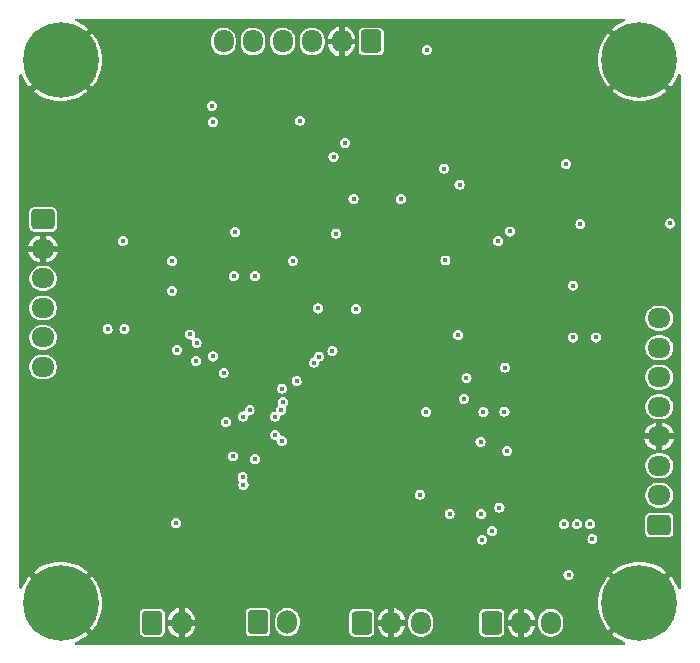
<source format=gbr>
%TF.GenerationSoftware,KiCad,Pcbnew,8.0.5*%
%TF.CreationDate,2024-10-23T11:00:24+02:00*%
%TF.ProjectId,Pojet_V-NOM_KiCAD,506f6a65-745f-4562-9d4e-4f4d5f4b6943,rev?*%
%TF.SameCoordinates,Original*%
%TF.FileFunction,Copper,L2,Inr*%
%TF.FilePolarity,Positive*%
%FSLAX46Y46*%
G04 Gerber Fmt 4.6, Leading zero omitted, Abs format (unit mm)*
G04 Created by KiCad (PCBNEW 8.0.5) date 2024-10-23 11:00:24*
%MOMM*%
%LPD*%
G01*
G04 APERTURE LIST*
G04 Aperture macros list*
%AMRoundRect*
0 Rectangle with rounded corners*
0 $1 Rounding radius*
0 $2 $3 $4 $5 $6 $7 $8 $9 X,Y pos of 4 corners*
0 Add a 4 corners polygon primitive as box body*
4,1,4,$2,$3,$4,$5,$6,$7,$8,$9,$2,$3,0*
0 Add four circle primitives for the rounded corners*
1,1,$1+$1,$2,$3*
1,1,$1+$1,$4,$5*
1,1,$1+$1,$6,$7*
1,1,$1+$1,$8,$9*
0 Add four rect primitives between the rounded corners*
20,1,$1+$1,$2,$3,$4,$5,0*
20,1,$1+$1,$4,$5,$6,$7,0*
20,1,$1+$1,$6,$7,$8,$9,0*
20,1,$1+$1,$8,$9,$2,$3,0*%
G04 Aperture macros list end*
%TA.AperFunction,ComponentPad*%
%ADD10RoundRect,0.250000X0.725000X-0.600000X0.725000X0.600000X-0.725000X0.600000X-0.725000X-0.600000X0*%
%TD*%
%TA.AperFunction,ComponentPad*%
%ADD11O,1.950000X1.700000*%
%TD*%
%TA.AperFunction,ComponentPad*%
%ADD12RoundRect,0.250000X-0.600000X-0.725000X0.600000X-0.725000X0.600000X0.725000X-0.600000X0.725000X0*%
%TD*%
%TA.AperFunction,ComponentPad*%
%ADD13O,1.700000X1.950000*%
%TD*%
%TA.AperFunction,ComponentPad*%
%ADD14C,0.800000*%
%TD*%
%TA.AperFunction,ComponentPad*%
%ADD15C,6.400000*%
%TD*%
%TA.AperFunction,ComponentPad*%
%ADD16RoundRect,0.250000X-0.600000X-0.750000X0.600000X-0.750000X0.600000X0.750000X-0.600000X0.750000X0*%
%TD*%
%TA.AperFunction,ComponentPad*%
%ADD17O,1.700000X2.000000*%
%TD*%
%TA.AperFunction,ComponentPad*%
%ADD18RoundRect,0.250000X0.600000X0.725000X-0.600000X0.725000X-0.600000X-0.725000X0.600000X-0.725000X0*%
%TD*%
%TA.AperFunction,ComponentPad*%
%ADD19RoundRect,0.250000X-0.725000X0.600000X-0.725000X-0.600000X0.725000X-0.600000X0.725000X0.600000X0*%
%TD*%
%TA.AperFunction,ViaPad*%
%ADD20C,0.450000*%
%TD*%
G04 APERTURE END LIST*
D10*
%TO.N,+5V*%
%TO.C,J3*%
X95680000Y-84870000D03*
D11*
%TO.N,/acquisition/TX_LIDAR*%
X95680000Y-82370000D03*
%TO.N,/acquisition/RX_LIDAR*%
X95680000Y-79870000D03*
%TO.N,GND*%
X95680000Y-77370000D03*
%TO.N,/acquisition/EN_MOT*%
X95680000Y-74870000D03*
%TO.N,/acquisition/EN_LIDAR*%
X95680000Y-72370000D03*
%TO.N,/acquisition/VIT_MOT_LIDAR*%
X95680000Y-69870000D03*
%TO.N,unconnected-(J3-Pin_8-Pad8)*%
X95680000Y-67370000D03*
%TD*%
D12*
%TO.N,/acquisition/TOF1*%
%TO.C,J4*%
X70500000Y-93150000D03*
D13*
%TO.N,GND*%
X73000000Y-93150000D03*
%TO.N,+5V*%
X75500000Y-93150000D03*
%TD*%
D14*
%TO.N,GND*%
%TO.C,H4*%
X91600000Y-45500000D03*
X92302944Y-43802944D03*
X92302944Y-47197056D03*
X94000000Y-43100000D03*
D15*
X94000000Y-45500000D03*
D14*
X94000000Y-47900000D03*
X95697056Y-43802944D03*
X95697056Y-47197056D03*
X96400000Y-45500000D03*
%TD*%
%TO.N,GND*%
%TO.C,H2*%
X42600000Y-91500000D03*
X43302944Y-89802944D03*
X43302944Y-93197056D03*
X45000000Y-89100000D03*
D15*
X45000000Y-91500000D03*
D14*
X45000000Y-93900000D03*
X46697056Y-89802944D03*
X46697056Y-93197056D03*
X47400000Y-91500000D03*
%TD*%
D16*
%TO.N,Net-(BT1-+)*%
%TO.C,BT1*%
X52750000Y-93150000D03*
D17*
%TO.N,GND*%
X55250000Y-93150000D03*
%TD*%
D16*
%TO.N,Net-(BT1-+)*%
%TO.C,J6*%
X61700000Y-93100000D03*
D17*
%TO.N,+BATT*%
X64200000Y-93100000D03*
%TD*%
D14*
%TO.N,GND*%
%TO.C,H3*%
X91600000Y-91500000D03*
X92302944Y-89802944D03*
X92302944Y-93197056D03*
X94000000Y-89100000D03*
D15*
X94000000Y-91500000D03*
D14*
X94000000Y-93900000D03*
X95697056Y-89802944D03*
X95697056Y-93197056D03*
X96400000Y-91500000D03*
%TD*%
D18*
%TO.N,/Deplacement/Driver_Motor1/OUT2*%
%TO.C,J301*%
X71290000Y-43940000D03*
D13*
%TO.N,GND*%
X68790000Y-43940000D03*
%TO.N,/Deplacement/Encoder B phase 1*%
X66290000Y-43940000D03*
%TO.N,/Deplacement/Encoder A phase 1*%
X63790000Y-43940000D03*
%TO.N,+3.3V*%
X61290000Y-43940000D03*
%TO.N,/Deplacement/Driver_Motor1/OUT1*%
X58790000Y-43940000D03*
%TD*%
D12*
%TO.N,/acquisition/TOF2*%
%TO.C,J5*%
X81500000Y-93150000D03*
D13*
%TO.N,GND*%
X84000000Y-93150000D03*
%TO.N,+5V*%
X86500000Y-93150000D03*
%TD*%
D19*
%TO.N,/Deplacement/Driver_Motor2/OUT2*%
%TO.C,J302*%
X43510000Y-59000000D03*
D11*
%TO.N,GND*%
X43510000Y-61500000D03*
%TO.N,/Deplacement/Encoder B phase 2*%
X43510000Y-64000000D03*
%TO.N,/Deplacement/Encoder A phase 2*%
X43510000Y-66500000D03*
%TO.N,+3.3V*%
X43510000Y-69000000D03*
%TO.N,/Deplacement/Driver_Motor2/OUT1*%
X43510000Y-71500000D03*
%TD*%
D14*
%TO.N,GND*%
%TO.C,H1*%
X42600000Y-45500000D03*
X43302944Y-43802944D03*
X43302944Y-47197056D03*
X45000000Y-43100000D03*
D15*
X45000000Y-45500000D03*
D14*
X45000000Y-47900000D03*
X46697056Y-43802944D03*
X46697056Y-47197056D03*
X47400000Y-45500000D03*
%TD*%
D20*
%TO.N,GND*%
X72200000Y-57200000D03*
X47277500Y-70760000D03*
X73200000Y-65050000D03*
X62200000Y-69700000D03*
X96460000Y-56810000D03*
X52000000Y-77400000D03*
X51110000Y-65700000D03*
X53900000Y-81030000D03*
X62450000Y-50010000D03*
X65940000Y-74270000D03*
X56650000Y-71940000D03*
X61450000Y-51410000D03*
X67350000Y-73100000D03*
X48110000Y-64700000D03*
X82495000Y-87207500D03*
X89350000Y-69050000D03*
X51110000Y-63700000D03*
X47702500Y-60900000D03*
X77700000Y-44650000D03*
X60450000Y-50010000D03*
X60450000Y-48610000D03*
X62200000Y-66900000D03*
X83690000Y-89210000D03*
X42350000Y-79150000D03*
X49610000Y-65700000D03*
X63600000Y-66900000D03*
X65000000Y-56800000D03*
X90000000Y-62550000D03*
X70600000Y-57150000D03*
X63600000Y-68300000D03*
X60800000Y-68300000D03*
X96420000Y-58080000D03*
X72400000Y-70600000D03*
X62450000Y-48610000D03*
X56075000Y-52285000D03*
X85070000Y-85160000D03*
X56050000Y-47710000D03*
X77385000Y-79247500D03*
X96450000Y-54270000D03*
X60450000Y-51410000D03*
X62450000Y-51410000D03*
X83085000Y-76897500D03*
X79150000Y-47400000D03*
X52920000Y-69100000D03*
X60750000Y-61580000D03*
X91000000Y-70100000D03*
X59660000Y-61560000D03*
X48110000Y-63700000D03*
X61450000Y-48610000D03*
X60800000Y-66900000D03*
X65250000Y-48110000D03*
X51110000Y-64700000D03*
X88500000Y-48600000D03*
X60800000Y-69700000D03*
X48110000Y-65700000D03*
X62550000Y-56800000D03*
X49610000Y-63700000D03*
X72150000Y-68900000D03*
X68600000Y-67675000D03*
X63600000Y-69700000D03*
X84735000Y-84347500D03*
X62200000Y-68300000D03*
X84585000Y-82297500D03*
%TO.N,+3.3V*%
X61450000Y-63790000D03*
X76000000Y-44650000D03*
X64975000Y-72710000D03*
X56450000Y-70980000D03*
X66440000Y-71120000D03*
X59650000Y-63770000D03*
X54760000Y-84710000D03*
X69800000Y-57250000D03*
X59765000Y-60050000D03*
X96590000Y-59350000D03*
X73800000Y-57280000D03*
X57891644Y-70608771D03*
X88400000Y-64600000D03*
%TO.N,+BATT*%
X65240000Y-50640000D03*
X50400000Y-68300000D03*
X82150000Y-83400000D03*
X48975000Y-68300000D03*
X80700000Y-86117500D03*
X80600000Y-83947500D03*
X50250000Y-60840000D03*
X81535000Y-85400000D03*
X57800000Y-49375000D03*
X57900000Y-50735000D03*
%TO.N,+5V*%
X80795000Y-75297500D03*
X82575000Y-75277500D03*
X75955000Y-75287500D03*
X88400000Y-69000000D03*
X88705000Y-84800000D03*
X87600000Y-84800000D03*
X90300000Y-69000000D03*
X88000000Y-89100000D03*
X89800000Y-84800000D03*
%TO.N,Net-(IC1002-VCC)*%
X75430000Y-82297500D03*
X80550000Y-77830000D03*
%TO.N,Net-(IC1002-EN{slash}SYNC)*%
X77930000Y-83940000D03*
X82785000Y-78597500D03*
%TO.N,/controle/SWCLK*%
X58980000Y-76180000D03*
X78650000Y-68800000D03*
%TO.N,/controle/VCP_RX*%
X82050000Y-60850000D03*
X63717500Y-73322500D03*
%TO.N,/controle/NRST*%
X87800000Y-54300000D03*
X70010000Y-66590000D03*
%TO.N,/controle/SWDIO*%
X89000000Y-59410000D03*
X58800000Y-71980000D03*
%TO.N,/controle/VCP_TX*%
X63820000Y-74490000D03*
X83031091Y-60021091D03*
%TO.N,/acquisition/EN_MOT*%
X61000000Y-75150000D03*
X63674805Y-75123578D03*
X63723924Y-77773894D03*
X79125000Y-74195000D03*
%TO.N,/acquisition/EN_LIDAR*%
X63173924Y-77240070D03*
X60450000Y-75700000D03*
X79360000Y-72450000D03*
X63173924Y-75700000D03*
%TO.N,/acquisition/VIT_MOT_LIDAR*%
X55960000Y-68740000D03*
X82600000Y-71552182D03*
%TO.N,/acquisition/RX_LIDAR*%
X61450000Y-79300000D03*
X90020000Y-86080000D03*
%TO.N,/acquisition/TX_LIDAR*%
X59600000Y-79070000D03*
%TO.N,/acquisition/TOF1*%
X66783603Y-66543603D03*
X68010000Y-70160000D03*
%TO.N,/Deplacement/Encoder B phase 1*%
X56510000Y-69450000D03*
%TO.N,/Deplacement/Encoder A phase 1*%
X60405134Y-80832952D03*
%TO.N,/Deplacement/Encoder A phase 2*%
X60478768Y-81478768D03*
%TO.N,/Deplacement/Encoder B phase 2*%
X54850000Y-70050000D03*
%TO.N,/controle/BTN_START*%
X77575000Y-62475000D03*
X66855330Y-70620000D03*
%TO.N,/acquisition/AG_MISO*%
X69070000Y-52520000D03*
X68100000Y-53700000D03*
%TO.N,/acquisition/AG_CSN*%
X68300000Y-60200000D03*
X64650000Y-62500000D03*
%TO.N,/Deplacement/FWD1*%
X54440000Y-65040000D03*
X54450000Y-62530000D03*
%TO.N,/acquisition/AG_INT1*%
X78775000Y-56050000D03*
X77427500Y-54702500D03*
%TD*%
%TA.AperFunction,Conductor*%
%TO.N,GND*%
G36*
X92748006Y-42020185D02*
G01*
X92793761Y-42072989D01*
X92803705Y-42142147D01*
X92774680Y-42205703D01*
X92725405Y-42240264D01*
X92574464Y-42298204D01*
X92247594Y-42464754D01*
X91939924Y-42664557D01*
X91706849Y-42853296D01*
X91706849Y-42853297D01*
X93059301Y-44205748D01*
X92957670Y-44279588D01*
X92779588Y-44457670D01*
X92705748Y-44559300D01*
X91353297Y-43206849D01*
X91353296Y-43206849D01*
X91164557Y-43439924D01*
X90964754Y-43747594D01*
X90798204Y-44074464D01*
X90666736Y-44416948D01*
X90571784Y-44771313D01*
X90571784Y-44771315D01*
X90514397Y-45133646D01*
X90495197Y-45499999D01*
X90495197Y-45500000D01*
X90514397Y-45866353D01*
X90571784Y-46228684D01*
X90571784Y-46228686D01*
X90666736Y-46583051D01*
X90798204Y-46925535D01*
X90964754Y-47252406D01*
X91164553Y-47560070D01*
X91353297Y-47793148D01*
X92705748Y-46440698D01*
X92779588Y-46542330D01*
X92957670Y-46720412D01*
X93059300Y-46794251D01*
X91706850Y-48146701D01*
X91939929Y-48335446D01*
X92247593Y-48535245D01*
X92574464Y-48701795D01*
X92916948Y-48833263D01*
X93271314Y-48928215D01*
X93633646Y-48985602D01*
X93999999Y-49004803D01*
X94000001Y-49004803D01*
X94366353Y-48985602D01*
X94728684Y-48928215D01*
X94728686Y-48928215D01*
X95083051Y-48833263D01*
X95425535Y-48701795D01*
X95752406Y-48535245D01*
X96060064Y-48335450D01*
X96293148Y-48146701D01*
X94940698Y-46794251D01*
X95042330Y-46720412D01*
X95220412Y-46542330D01*
X95294251Y-46440698D01*
X96646701Y-47793148D01*
X96835450Y-47560064D01*
X97035245Y-47252406D01*
X97201795Y-46925535D01*
X97259736Y-46774595D01*
X97302138Y-46719063D01*
X97367832Y-46695270D01*
X97435960Y-46710772D01*
X97484893Y-46760645D01*
X97499500Y-46819033D01*
X97499500Y-90180966D01*
X97479815Y-90248005D01*
X97427011Y-90293760D01*
X97357853Y-90303704D01*
X97294297Y-90274679D01*
X97259736Y-90225404D01*
X97201795Y-90074464D01*
X97035245Y-89747594D01*
X96835446Y-89439929D01*
X96646701Y-89206850D01*
X95294251Y-90559300D01*
X95220412Y-90457670D01*
X95042330Y-90279588D01*
X94940698Y-90205748D01*
X96293149Y-88853297D01*
X96060070Y-88664553D01*
X95752406Y-88464754D01*
X95425535Y-88298204D01*
X95083051Y-88166736D01*
X94728685Y-88071784D01*
X94366353Y-88014397D01*
X94000001Y-87995197D01*
X93999999Y-87995197D01*
X93633646Y-88014397D01*
X93271315Y-88071784D01*
X93271313Y-88071784D01*
X92916948Y-88166736D01*
X92574464Y-88298204D01*
X92247594Y-88464754D01*
X91939924Y-88664557D01*
X91706849Y-88853296D01*
X91706849Y-88853297D01*
X93059301Y-90205748D01*
X92957670Y-90279588D01*
X92779588Y-90457670D01*
X92705748Y-90559300D01*
X91353297Y-89206849D01*
X91353296Y-89206849D01*
X91164557Y-89439924D01*
X90964754Y-89747594D01*
X90798204Y-90074464D01*
X90666736Y-90416948D01*
X90571784Y-90771313D01*
X90571784Y-90771315D01*
X90514397Y-91133646D01*
X90495197Y-91499999D01*
X90495197Y-91500000D01*
X90514397Y-91866353D01*
X90571784Y-92228684D01*
X90571784Y-92228686D01*
X90666736Y-92583051D01*
X90798204Y-92925535D01*
X90964754Y-93252406D01*
X91164553Y-93560070D01*
X91353297Y-93793148D01*
X92705748Y-92440698D01*
X92779588Y-92542330D01*
X92957670Y-92720412D01*
X93059300Y-92794251D01*
X91706850Y-94146701D01*
X91939929Y-94335446D01*
X92247593Y-94535245D01*
X92574464Y-94701795D01*
X92725405Y-94759736D01*
X92780937Y-94802138D01*
X92804730Y-94867832D01*
X92789228Y-94935960D01*
X92739355Y-94984893D01*
X92680967Y-94999500D01*
X46319033Y-94999500D01*
X46251994Y-94979815D01*
X46206239Y-94927011D01*
X46196295Y-94857853D01*
X46225320Y-94794297D01*
X46274595Y-94759736D01*
X46425535Y-94701795D01*
X46752406Y-94535245D01*
X47060064Y-94335450D01*
X47293148Y-94146701D01*
X45940698Y-92794251D01*
X46042330Y-92720412D01*
X46220412Y-92542330D01*
X46294251Y-92440698D01*
X47646701Y-93793148D01*
X47835450Y-93560064D01*
X48035245Y-93252406D01*
X48201795Y-92925535D01*
X48333263Y-92583051D01*
X48396853Y-92345730D01*
X51699500Y-92345730D01*
X51699500Y-93954269D01*
X51702353Y-93984699D01*
X51702353Y-93984701D01*
X51738458Y-94087880D01*
X51747207Y-94112882D01*
X51827850Y-94222150D01*
X51937118Y-94302793D01*
X51979845Y-94317744D01*
X52065299Y-94347646D01*
X52095730Y-94350500D01*
X52095734Y-94350500D01*
X53404270Y-94350500D01*
X53434699Y-94347646D01*
X53434701Y-94347646D01*
X53506145Y-94322646D01*
X53562882Y-94302793D01*
X53672150Y-94222150D01*
X53752793Y-94112882D01*
X53783835Y-94024169D01*
X53797646Y-93984701D01*
X53797646Y-93984699D01*
X53800500Y-93954269D01*
X53800500Y-92900000D01*
X54101504Y-92900000D01*
X54816988Y-92900000D01*
X54784075Y-92957007D01*
X54750000Y-93084174D01*
X54750000Y-93215826D01*
X54784075Y-93342993D01*
X54816988Y-93400000D01*
X54101504Y-93400000D01*
X54128317Y-93569293D01*
X54184251Y-93741444D01*
X54184252Y-93741447D01*
X54266434Y-93902734D01*
X54372823Y-94049169D01*
X54500830Y-94177176D01*
X54647265Y-94283565D01*
X54808552Y-94365747D01*
X54808555Y-94365748D01*
X54980699Y-94421680D01*
X54980712Y-94421683D01*
X55000000Y-94424738D01*
X55000000Y-93583012D01*
X55057007Y-93615925D01*
X55184174Y-93650000D01*
X55315826Y-93650000D01*
X55442993Y-93615925D01*
X55500000Y-93583012D01*
X55500000Y-94424737D01*
X55519287Y-94421683D01*
X55519300Y-94421680D01*
X55691444Y-94365748D01*
X55691447Y-94365747D01*
X55852734Y-94283565D01*
X55999169Y-94177176D01*
X56127176Y-94049169D01*
X56233565Y-93902734D01*
X56315747Y-93741447D01*
X56315748Y-93741444D01*
X56371682Y-93569293D01*
X56398496Y-93400000D01*
X55683012Y-93400000D01*
X55715925Y-93342993D01*
X55750000Y-93215826D01*
X55750000Y-93084174D01*
X55715925Y-92957007D01*
X55683012Y-92900000D01*
X56398496Y-92900000D01*
X56371682Y-92730706D01*
X56315748Y-92558555D01*
X56315747Y-92558552D01*
X56233565Y-92397265D01*
X56159797Y-92295730D01*
X60649500Y-92295730D01*
X60649500Y-93904269D01*
X60652353Y-93934699D01*
X60652353Y-93934701D01*
X60697206Y-94062880D01*
X60697207Y-94062882D01*
X60777850Y-94172150D01*
X60887118Y-94252793D01*
X60908089Y-94260131D01*
X61015299Y-94297646D01*
X61045730Y-94300500D01*
X61045734Y-94300500D01*
X62354270Y-94300500D01*
X62384699Y-94297646D01*
X62384701Y-94297646D01*
X62448790Y-94275219D01*
X62512882Y-94252793D01*
X62622150Y-94172150D01*
X62702793Y-94062882D01*
X62733712Y-93974520D01*
X62747646Y-93934701D01*
X62747646Y-93934699D01*
X62750500Y-93904269D01*
X62750500Y-92846530D01*
X63149500Y-92846530D01*
X63149500Y-93353469D01*
X63189868Y-93556412D01*
X63189870Y-93556420D01*
X63256154Y-93716444D01*
X63269059Y-93747598D01*
X63299494Y-93793148D01*
X63384024Y-93919657D01*
X63530342Y-94065975D01*
X63530345Y-94065977D01*
X63702402Y-94180941D01*
X63893580Y-94260130D01*
X64082187Y-94297646D01*
X64096530Y-94300499D01*
X64096534Y-94300500D01*
X64096535Y-94300500D01*
X64303466Y-94300500D01*
X64303467Y-94300499D01*
X64506420Y-94260130D01*
X64697598Y-94180941D01*
X64869655Y-94065977D01*
X65015977Y-93919655D01*
X65130941Y-93747598D01*
X65210130Y-93556420D01*
X65250500Y-93353465D01*
X65250500Y-92846535D01*
X65210130Y-92643580D01*
X65130941Y-92452402D01*
X65076370Y-92370730D01*
X69449500Y-92370730D01*
X69449500Y-93929269D01*
X69452353Y-93959699D01*
X69452353Y-93959701D01*
X69488458Y-94062880D01*
X69497207Y-94087882D01*
X69577850Y-94197150D01*
X69687118Y-94277793D01*
X69708089Y-94285131D01*
X69815299Y-94322646D01*
X69845730Y-94325500D01*
X69845734Y-94325500D01*
X71154270Y-94325500D01*
X71184699Y-94322646D01*
X71184701Y-94322646D01*
X71256145Y-94297646D01*
X71312882Y-94277793D01*
X71422150Y-94197150D01*
X71502793Y-94087882D01*
X71525219Y-94023790D01*
X71547646Y-93959701D01*
X71547646Y-93959699D01*
X71550500Y-93929269D01*
X71550500Y-92900000D01*
X71855463Y-92900000D01*
X72595854Y-92900000D01*
X72557370Y-92966657D01*
X72525000Y-93087465D01*
X72525000Y-93212535D01*
X72557370Y-93333343D01*
X72595854Y-93400000D01*
X71855463Y-93400000D01*
X71878317Y-93544293D01*
X71934251Y-93716444D01*
X71934252Y-93716447D01*
X72016434Y-93877734D01*
X72122823Y-94024169D01*
X72250830Y-94152176D01*
X72397265Y-94258565D01*
X72558552Y-94340747D01*
X72558555Y-94340748D01*
X72730699Y-94396680D01*
X72730712Y-94396683D01*
X72750000Y-94399738D01*
X72750000Y-93554145D01*
X72816657Y-93592630D01*
X72937465Y-93625000D01*
X73062535Y-93625000D01*
X73183343Y-93592630D01*
X73250000Y-93554145D01*
X73250000Y-94399737D01*
X73269287Y-94396683D01*
X73269300Y-94396680D01*
X73441444Y-94340748D01*
X73441447Y-94340747D01*
X73602734Y-94258565D01*
X73749169Y-94152176D01*
X73877176Y-94024169D01*
X73983565Y-93877734D01*
X74065747Y-93716447D01*
X74065748Y-93716444D01*
X74121682Y-93544293D01*
X74144537Y-93400000D01*
X73404146Y-93400000D01*
X73442630Y-93333343D01*
X73475000Y-93212535D01*
X73475000Y-93087465D01*
X73442630Y-92966657D01*
X73416576Y-92921530D01*
X74449500Y-92921530D01*
X74449500Y-93378469D01*
X74489868Y-93581412D01*
X74489870Y-93581420D01*
X74569058Y-93772596D01*
X74684024Y-93944657D01*
X74830342Y-94090975D01*
X74830345Y-94090977D01*
X75002402Y-94205941D01*
X75193580Y-94285130D01*
X75382187Y-94322646D01*
X75396530Y-94325499D01*
X75396534Y-94325500D01*
X75396535Y-94325500D01*
X75603466Y-94325500D01*
X75603467Y-94325499D01*
X75806420Y-94285130D01*
X75997598Y-94205941D01*
X76169655Y-94090977D01*
X76315977Y-93944655D01*
X76430941Y-93772598D01*
X76510130Y-93581420D01*
X76550500Y-93378465D01*
X76550500Y-92921535D01*
X76510130Y-92718580D01*
X76430941Y-92527402D01*
X76326257Y-92370730D01*
X80449500Y-92370730D01*
X80449500Y-93929269D01*
X80452353Y-93959699D01*
X80452353Y-93959701D01*
X80488458Y-94062880D01*
X80497207Y-94087882D01*
X80577850Y-94197150D01*
X80687118Y-94277793D01*
X80708089Y-94285131D01*
X80815299Y-94322646D01*
X80845730Y-94325500D01*
X80845734Y-94325500D01*
X82154270Y-94325500D01*
X82184699Y-94322646D01*
X82184701Y-94322646D01*
X82256145Y-94297646D01*
X82312882Y-94277793D01*
X82422150Y-94197150D01*
X82502793Y-94087882D01*
X82525219Y-94023790D01*
X82547646Y-93959701D01*
X82547646Y-93959699D01*
X82550500Y-93929269D01*
X82550500Y-92900000D01*
X82855463Y-92900000D01*
X83595854Y-92900000D01*
X83557370Y-92966657D01*
X83525000Y-93087465D01*
X83525000Y-93212535D01*
X83557370Y-93333343D01*
X83595854Y-93400000D01*
X82855463Y-93400000D01*
X82878317Y-93544293D01*
X82934251Y-93716444D01*
X82934252Y-93716447D01*
X83016434Y-93877734D01*
X83122823Y-94024169D01*
X83250830Y-94152176D01*
X83397265Y-94258565D01*
X83558552Y-94340747D01*
X83558555Y-94340748D01*
X83730699Y-94396680D01*
X83730712Y-94396683D01*
X83750000Y-94399738D01*
X83750000Y-93554145D01*
X83816657Y-93592630D01*
X83937465Y-93625000D01*
X84062535Y-93625000D01*
X84183343Y-93592630D01*
X84250000Y-93554145D01*
X84250000Y-94399737D01*
X84269287Y-94396683D01*
X84269300Y-94396680D01*
X84441444Y-94340748D01*
X84441447Y-94340747D01*
X84602734Y-94258565D01*
X84749169Y-94152176D01*
X84877176Y-94024169D01*
X84983565Y-93877734D01*
X85065747Y-93716447D01*
X85065748Y-93716444D01*
X85121682Y-93544293D01*
X85144537Y-93400000D01*
X84404146Y-93400000D01*
X84442630Y-93333343D01*
X84475000Y-93212535D01*
X84475000Y-93087465D01*
X84442630Y-92966657D01*
X84416576Y-92921530D01*
X85449500Y-92921530D01*
X85449500Y-93378469D01*
X85489868Y-93581412D01*
X85489870Y-93581420D01*
X85569058Y-93772596D01*
X85684024Y-93944657D01*
X85830342Y-94090975D01*
X85830345Y-94090977D01*
X86002402Y-94205941D01*
X86193580Y-94285130D01*
X86382187Y-94322646D01*
X86396530Y-94325499D01*
X86396534Y-94325500D01*
X86396535Y-94325500D01*
X86603466Y-94325500D01*
X86603467Y-94325499D01*
X86806420Y-94285130D01*
X86997598Y-94205941D01*
X87169655Y-94090977D01*
X87315977Y-93944655D01*
X87430941Y-93772598D01*
X87510130Y-93581420D01*
X87550500Y-93378465D01*
X87550500Y-92921535D01*
X87510130Y-92718580D01*
X87430941Y-92527402D01*
X87315977Y-92355345D01*
X87315975Y-92355342D01*
X87169657Y-92209024D01*
X87057409Y-92134023D01*
X86997598Y-92094059D01*
X86982953Y-92087993D01*
X86806420Y-92014870D01*
X86806412Y-92014868D01*
X86603469Y-91974500D01*
X86603465Y-91974500D01*
X86396535Y-91974500D01*
X86396530Y-91974500D01*
X86193587Y-92014868D01*
X86193579Y-92014870D01*
X86002403Y-92094058D01*
X85830342Y-92209024D01*
X85684024Y-92355342D01*
X85569058Y-92527403D01*
X85489870Y-92718579D01*
X85489868Y-92718587D01*
X85449500Y-92921530D01*
X84416576Y-92921530D01*
X84404146Y-92900000D01*
X85144537Y-92900000D01*
X85121682Y-92755706D01*
X85065748Y-92583555D01*
X85065747Y-92583552D01*
X84983565Y-92422265D01*
X84877176Y-92275830D01*
X84749169Y-92147823D01*
X84602734Y-92041434D01*
X84441447Y-91959252D01*
X84441441Y-91959250D01*
X84269295Y-91903318D01*
X84269285Y-91903315D01*
X84250000Y-91900260D01*
X84250000Y-92745854D01*
X84183343Y-92707370D01*
X84062535Y-92675000D01*
X83937465Y-92675000D01*
X83816657Y-92707370D01*
X83750000Y-92745854D01*
X83750000Y-91900260D01*
X83730714Y-91903315D01*
X83730704Y-91903318D01*
X83558558Y-91959250D01*
X83558552Y-91959252D01*
X83397265Y-92041434D01*
X83250830Y-92147823D01*
X83122823Y-92275830D01*
X83016434Y-92422265D01*
X82934252Y-92583552D01*
X82934251Y-92583555D01*
X82878317Y-92755706D01*
X82855463Y-92900000D01*
X82550500Y-92900000D01*
X82550500Y-92370730D01*
X82547646Y-92340300D01*
X82547646Y-92340298D01*
X82502793Y-92212119D01*
X82502792Y-92212117D01*
X82422150Y-92102850D01*
X82312882Y-92022207D01*
X82312880Y-92022206D01*
X82184700Y-91977353D01*
X82154270Y-91974500D01*
X82154266Y-91974500D01*
X80845734Y-91974500D01*
X80845730Y-91974500D01*
X80815300Y-91977353D01*
X80815298Y-91977353D01*
X80687119Y-92022206D01*
X80687117Y-92022207D01*
X80577850Y-92102850D01*
X80497207Y-92212117D01*
X80497206Y-92212119D01*
X80452353Y-92340298D01*
X80452353Y-92340300D01*
X80449500Y-92370730D01*
X76326257Y-92370730D01*
X76315977Y-92355345D01*
X76315975Y-92355342D01*
X76169657Y-92209024D01*
X76057409Y-92134023D01*
X75997598Y-92094059D01*
X75982953Y-92087993D01*
X75806420Y-92014870D01*
X75806412Y-92014868D01*
X75603469Y-91974500D01*
X75603465Y-91974500D01*
X75396535Y-91974500D01*
X75396530Y-91974500D01*
X75193587Y-92014868D01*
X75193579Y-92014870D01*
X75002403Y-92094058D01*
X74830342Y-92209024D01*
X74684024Y-92355342D01*
X74569058Y-92527403D01*
X74489870Y-92718579D01*
X74489868Y-92718587D01*
X74449500Y-92921530D01*
X73416576Y-92921530D01*
X73404146Y-92900000D01*
X74144537Y-92900000D01*
X74121682Y-92755706D01*
X74065748Y-92583555D01*
X74065747Y-92583552D01*
X73983565Y-92422265D01*
X73877176Y-92275830D01*
X73749169Y-92147823D01*
X73602734Y-92041434D01*
X73441447Y-91959252D01*
X73441441Y-91959250D01*
X73269295Y-91903318D01*
X73269285Y-91903315D01*
X73250000Y-91900260D01*
X73250000Y-92745854D01*
X73183343Y-92707370D01*
X73062535Y-92675000D01*
X72937465Y-92675000D01*
X72816657Y-92707370D01*
X72750000Y-92745854D01*
X72750000Y-91900260D01*
X72730714Y-91903315D01*
X72730704Y-91903318D01*
X72558558Y-91959250D01*
X72558552Y-91959252D01*
X72397265Y-92041434D01*
X72250830Y-92147823D01*
X72122823Y-92275830D01*
X72016434Y-92422265D01*
X71934252Y-92583552D01*
X71934251Y-92583555D01*
X71878317Y-92755706D01*
X71855463Y-92900000D01*
X71550500Y-92900000D01*
X71550500Y-92370730D01*
X71547646Y-92340300D01*
X71547646Y-92340298D01*
X71502793Y-92212119D01*
X71502792Y-92212117D01*
X71422150Y-92102850D01*
X71312882Y-92022207D01*
X71312880Y-92022206D01*
X71184700Y-91977353D01*
X71154270Y-91974500D01*
X71154266Y-91974500D01*
X69845734Y-91974500D01*
X69845730Y-91974500D01*
X69815300Y-91977353D01*
X69815298Y-91977353D01*
X69687119Y-92022206D01*
X69687117Y-92022207D01*
X69577850Y-92102850D01*
X69497207Y-92212117D01*
X69497206Y-92212119D01*
X69452353Y-92340298D01*
X69452353Y-92340300D01*
X69449500Y-92370730D01*
X65076370Y-92370730D01*
X65015977Y-92280345D01*
X65015975Y-92280342D01*
X64869657Y-92134024D01*
X64783626Y-92076541D01*
X64697598Y-92019059D01*
X64596911Y-91977353D01*
X64506420Y-91939870D01*
X64506412Y-91939868D01*
X64303469Y-91899500D01*
X64303465Y-91899500D01*
X64096535Y-91899500D01*
X64096530Y-91899500D01*
X63893587Y-91939868D01*
X63893579Y-91939870D01*
X63702403Y-92019058D01*
X63530342Y-92134024D01*
X63384024Y-92280342D01*
X63269058Y-92452403D01*
X63189870Y-92643579D01*
X63189868Y-92643587D01*
X63149500Y-92846530D01*
X62750500Y-92846530D01*
X62750500Y-92295730D01*
X62747646Y-92265300D01*
X62747646Y-92265298D01*
X62702793Y-92137119D01*
X62702792Y-92137117D01*
X62622150Y-92027850D01*
X62512882Y-91947207D01*
X62512880Y-91947206D01*
X62384700Y-91902353D01*
X62354270Y-91899500D01*
X62354266Y-91899500D01*
X61045734Y-91899500D01*
X61045730Y-91899500D01*
X61015300Y-91902353D01*
X61015298Y-91902353D01*
X60887119Y-91947206D01*
X60887117Y-91947207D01*
X60777850Y-92027850D01*
X60697207Y-92137117D01*
X60697206Y-92137119D01*
X60652353Y-92265298D01*
X60652353Y-92265300D01*
X60649500Y-92295730D01*
X56159797Y-92295730D01*
X56127176Y-92250830D01*
X55999169Y-92122823D01*
X55852734Y-92016434D01*
X55691447Y-91934252D01*
X55691441Y-91934250D01*
X55519295Y-91878318D01*
X55519285Y-91878315D01*
X55500000Y-91875260D01*
X55500000Y-92716988D01*
X55442993Y-92684075D01*
X55315826Y-92650000D01*
X55184174Y-92650000D01*
X55057007Y-92684075D01*
X55000000Y-92716988D01*
X55000000Y-91875260D01*
X54980714Y-91878315D01*
X54980704Y-91878318D01*
X54808558Y-91934250D01*
X54808552Y-91934252D01*
X54647265Y-92016434D01*
X54500830Y-92122823D01*
X54372823Y-92250830D01*
X54266434Y-92397265D01*
X54184252Y-92558552D01*
X54184251Y-92558555D01*
X54128317Y-92730706D01*
X54101504Y-92900000D01*
X53800500Y-92900000D01*
X53800500Y-92345730D01*
X53797646Y-92315300D01*
X53797646Y-92315298D01*
X53752793Y-92187119D01*
X53752792Y-92187117D01*
X53715892Y-92137119D01*
X53672150Y-92077850D01*
X53562882Y-91997207D01*
X53562880Y-91997206D01*
X53434700Y-91952353D01*
X53404270Y-91949500D01*
X53404266Y-91949500D01*
X52095734Y-91949500D01*
X52095730Y-91949500D01*
X52065300Y-91952353D01*
X52065298Y-91952353D01*
X51937119Y-91997206D01*
X51937117Y-91997207D01*
X51827850Y-92077850D01*
X51747207Y-92187117D01*
X51747206Y-92187119D01*
X51702353Y-92315298D01*
X51702353Y-92315300D01*
X51699500Y-92345730D01*
X48396853Y-92345730D01*
X48428215Y-92228686D01*
X48428215Y-92228684D01*
X48485602Y-91866353D01*
X48504803Y-91500000D01*
X48504803Y-91499999D01*
X48485602Y-91133646D01*
X48428215Y-90771315D01*
X48428215Y-90771313D01*
X48333263Y-90416948D01*
X48201795Y-90074464D01*
X48035245Y-89747594D01*
X47835446Y-89439929D01*
X47646701Y-89206850D01*
X46294251Y-90559300D01*
X46220412Y-90457670D01*
X46042330Y-90279588D01*
X45940698Y-90205748D01*
X47046449Y-89099997D01*
X87569196Y-89099997D01*
X87569196Y-89100002D01*
X87590279Y-89233121D01*
X87590280Y-89233124D01*
X87590281Y-89233126D01*
X87651472Y-89353220D01*
X87651473Y-89353221D01*
X87651476Y-89353225D01*
X87746774Y-89448523D01*
X87746778Y-89448526D01*
X87746780Y-89448528D01*
X87866874Y-89509719D01*
X87866876Y-89509719D01*
X87866878Y-89509720D01*
X87999998Y-89530804D01*
X88000000Y-89530804D01*
X88000002Y-89530804D01*
X88133121Y-89509720D01*
X88133121Y-89509719D01*
X88133126Y-89509719D01*
X88253220Y-89448528D01*
X88348528Y-89353220D01*
X88409719Y-89233126D01*
X88430804Y-89100000D01*
X88409719Y-88966874D01*
X88348528Y-88846780D01*
X88348526Y-88846778D01*
X88348523Y-88846774D01*
X88253225Y-88751476D01*
X88253221Y-88751473D01*
X88253220Y-88751472D01*
X88133126Y-88690281D01*
X88133124Y-88690280D01*
X88133121Y-88690279D01*
X88000002Y-88669196D01*
X87999998Y-88669196D01*
X87866878Y-88690279D01*
X87746778Y-88751473D01*
X87746774Y-88751476D01*
X87651476Y-88846774D01*
X87651473Y-88846778D01*
X87590279Y-88966878D01*
X87569196Y-89099997D01*
X47046449Y-89099997D01*
X47293149Y-88853297D01*
X47060070Y-88664553D01*
X46752406Y-88464754D01*
X46425535Y-88298204D01*
X46083051Y-88166736D01*
X45728685Y-88071784D01*
X45366353Y-88014397D01*
X45000001Y-87995197D01*
X44999999Y-87995197D01*
X44633646Y-88014397D01*
X44271315Y-88071784D01*
X44271313Y-88071784D01*
X43916948Y-88166736D01*
X43574464Y-88298204D01*
X43247594Y-88464754D01*
X42939924Y-88664557D01*
X42706849Y-88853296D01*
X42706849Y-88853297D01*
X44059301Y-90205748D01*
X43957670Y-90279588D01*
X43779588Y-90457670D01*
X43705748Y-90559301D01*
X42353297Y-89206849D01*
X42353296Y-89206849D01*
X42164557Y-89439924D01*
X41964754Y-89747594D01*
X41798204Y-90074464D01*
X41740264Y-90225404D01*
X41697862Y-90280936D01*
X41632168Y-90304729D01*
X41564039Y-90289227D01*
X41515107Y-90239354D01*
X41500500Y-90180966D01*
X41500500Y-86117497D01*
X80269196Y-86117497D01*
X80269196Y-86117502D01*
X80290279Y-86250621D01*
X80290280Y-86250624D01*
X80290281Y-86250626D01*
X80351472Y-86370720D01*
X80351473Y-86370721D01*
X80351476Y-86370725D01*
X80446774Y-86466023D01*
X80446778Y-86466026D01*
X80446780Y-86466028D01*
X80566874Y-86527219D01*
X80566876Y-86527219D01*
X80566878Y-86527220D01*
X80699998Y-86548304D01*
X80700000Y-86548304D01*
X80700002Y-86548304D01*
X80833121Y-86527220D01*
X80833121Y-86527219D01*
X80833126Y-86527219D01*
X80953220Y-86466028D01*
X81048528Y-86370720D01*
X81109719Y-86250626D01*
X81109720Y-86250621D01*
X81130804Y-86117502D01*
X81130804Y-86117497D01*
X81124865Y-86079997D01*
X89589196Y-86079997D01*
X89589196Y-86080002D01*
X89610279Y-86213121D01*
X89610280Y-86213124D01*
X89610281Y-86213126D01*
X89671472Y-86333220D01*
X89671473Y-86333221D01*
X89671476Y-86333225D01*
X89766774Y-86428523D01*
X89766778Y-86428526D01*
X89766780Y-86428528D01*
X89886874Y-86489719D01*
X89886876Y-86489719D01*
X89886878Y-86489720D01*
X90019998Y-86510804D01*
X90020000Y-86510804D01*
X90020002Y-86510804D01*
X90153121Y-86489720D01*
X90153121Y-86489719D01*
X90153126Y-86489719D01*
X90273220Y-86428528D01*
X90368528Y-86333220D01*
X90429719Y-86213126D01*
X90429720Y-86213121D01*
X90450804Y-86080002D01*
X90450804Y-86079997D01*
X90429720Y-85946878D01*
X90429719Y-85946876D01*
X90429719Y-85946874D01*
X90368528Y-85826780D01*
X90368526Y-85826778D01*
X90368523Y-85826774D01*
X90273225Y-85731476D01*
X90273221Y-85731473D01*
X90273220Y-85731472D01*
X90153126Y-85670281D01*
X90153124Y-85670280D01*
X90153121Y-85670279D01*
X90020002Y-85649196D01*
X90019998Y-85649196D01*
X89886878Y-85670279D01*
X89766778Y-85731473D01*
X89766774Y-85731476D01*
X89671476Y-85826774D01*
X89671473Y-85826778D01*
X89610279Y-85946878D01*
X89589196Y-86079997D01*
X81124865Y-86079997D01*
X81109720Y-85984378D01*
X81109719Y-85984376D01*
X81109719Y-85984374D01*
X81048528Y-85864280D01*
X81048525Y-85864277D01*
X81047364Y-85862678D01*
X81046553Y-85860405D01*
X81044097Y-85855585D01*
X81044720Y-85855267D01*
X81037895Y-85836140D01*
X81011592Y-85825898D01*
X80999635Y-85815386D01*
X80953225Y-85768976D01*
X80953221Y-85768973D01*
X80953220Y-85768972D01*
X80833126Y-85707781D01*
X80833124Y-85707780D01*
X80833121Y-85707779D01*
X80700002Y-85686696D01*
X80699998Y-85686696D01*
X80566878Y-85707779D01*
X80446778Y-85768973D01*
X80446774Y-85768976D01*
X80351476Y-85864274D01*
X80351473Y-85864278D01*
X80290279Y-85984378D01*
X80269196Y-86117497D01*
X41500500Y-86117497D01*
X41500500Y-85399997D01*
X81104196Y-85399997D01*
X81104196Y-85400002D01*
X81125279Y-85533121D01*
X81125280Y-85533124D01*
X81125281Y-85533126D01*
X81184422Y-85649196D01*
X81186473Y-85653221D01*
X81187637Y-85654823D01*
X81188448Y-85657097D01*
X81190903Y-85661915D01*
X81190280Y-85662232D01*
X81197103Y-85681358D01*
X81223405Y-85691599D01*
X81235364Y-85702113D01*
X81281774Y-85748523D01*
X81281778Y-85748526D01*
X81281780Y-85748528D01*
X81401874Y-85809719D01*
X81401876Y-85809719D01*
X81401878Y-85809720D01*
X81534998Y-85830804D01*
X81535000Y-85830804D01*
X81535002Y-85830804D01*
X81668121Y-85809720D01*
X81668121Y-85809719D01*
X81668126Y-85809719D01*
X81788220Y-85748528D01*
X81883528Y-85653220D01*
X81944719Y-85533126D01*
X81965804Y-85400000D01*
X81944719Y-85266874D01*
X81883528Y-85146780D01*
X81883526Y-85146778D01*
X81883523Y-85146774D01*
X81788225Y-85051476D01*
X81788221Y-85051473D01*
X81788220Y-85051472D01*
X81668126Y-84990281D01*
X81668124Y-84990280D01*
X81668121Y-84990279D01*
X81535002Y-84969196D01*
X81534998Y-84969196D01*
X81401878Y-84990279D01*
X81281778Y-85051473D01*
X81281774Y-85051476D01*
X81186476Y-85146774D01*
X81186473Y-85146778D01*
X81125279Y-85266878D01*
X81104196Y-85399997D01*
X41500500Y-85399997D01*
X41500500Y-84709997D01*
X54329196Y-84709997D01*
X54329196Y-84710002D01*
X54350279Y-84843121D01*
X54350280Y-84843124D01*
X54350281Y-84843126D01*
X54411472Y-84963220D01*
X54411473Y-84963221D01*
X54411476Y-84963225D01*
X54506774Y-85058523D01*
X54506778Y-85058526D01*
X54506780Y-85058528D01*
X54626874Y-85119719D01*
X54626876Y-85119719D01*
X54626878Y-85119720D01*
X54759998Y-85140804D01*
X54760000Y-85140804D01*
X54760002Y-85140804D01*
X54893121Y-85119720D01*
X54893121Y-85119719D01*
X54893126Y-85119719D01*
X55013220Y-85058528D01*
X55108528Y-84963220D01*
X55169719Y-84843126D01*
X55176549Y-84800002D01*
X55176550Y-84799997D01*
X87169196Y-84799997D01*
X87169196Y-84800002D01*
X87190279Y-84933121D01*
X87190280Y-84933124D01*
X87190281Y-84933126D01*
X87251472Y-85053220D01*
X87251473Y-85053221D01*
X87251476Y-85053225D01*
X87346774Y-85148523D01*
X87346778Y-85148526D01*
X87346780Y-85148528D01*
X87466874Y-85209719D01*
X87466876Y-85209719D01*
X87466878Y-85209720D01*
X87599998Y-85230804D01*
X87600000Y-85230804D01*
X87600002Y-85230804D01*
X87733121Y-85209720D01*
X87733121Y-85209719D01*
X87733126Y-85209719D01*
X87853220Y-85148528D01*
X87948528Y-85053220D01*
X88009719Y-84933126D01*
X88023974Y-84843126D01*
X88030027Y-84804908D01*
X88032310Y-84800091D01*
X88032226Y-84799907D01*
X88272689Y-84799907D01*
X88274973Y-84804908D01*
X88295279Y-84933121D01*
X88295280Y-84933124D01*
X88295281Y-84933126D01*
X88356472Y-85053220D01*
X88356473Y-85053221D01*
X88356476Y-85053225D01*
X88451774Y-85148523D01*
X88451778Y-85148526D01*
X88451780Y-85148528D01*
X88571874Y-85209719D01*
X88571876Y-85209719D01*
X88571878Y-85209720D01*
X88704998Y-85230804D01*
X88705000Y-85230804D01*
X88705002Y-85230804D01*
X88838121Y-85209720D01*
X88838121Y-85209719D01*
X88838126Y-85209719D01*
X88958220Y-85148528D01*
X89053528Y-85053220D01*
X89114719Y-84933126D01*
X89128974Y-84843126D01*
X89130027Y-84836478D01*
X89146996Y-84800680D01*
X89146374Y-84799318D01*
X89358003Y-84799318D01*
X89374973Y-84836478D01*
X89390279Y-84933121D01*
X89390280Y-84933124D01*
X89390281Y-84933126D01*
X89451472Y-85053220D01*
X89451473Y-85053221D01*
X89451476Y-85053225D01*
X89546774Y-85148523D01*
X89546778Y-85148526D01*
X89546780Y-85148528D01*
X89666874Y-85209719D01*
X89666876Y-85209719D01*
X89666878Y-85209720D01*
X89799998Y-85230804D01*
X89800000Y-85230804D01*
X89800002Y-85230804D01*
X89933121Y-85209720D01*
X89933121Y-85209719D01*
X89933126Y-85209719D01*
X90053220Y-85148528D01*
X90148528Y-85053220D01*
X90209719Y-84933126D01*
X90223974Y-84843126D01*
X90230804Y-84800002D01*
X90230804Y-84799997D01*
X90209720Y-84666878D01*
X90209719Y-84666876D01*
X90209719Y-84666874D01*
X90148528Y-84546780D01*
X90148526Y-84546778D01*
X90148523Y-84546774D01*
X90053225Y-84451476D01*
X90053221Y-84451473D01*
X90053220Y-84451472D01*
X89933126Y-84390281D01*
X89933124Y-84390280D01*
X89933121Y-84390279D01*
X89800002Y-84369196D01*
X89799998Y-84369196D01*
X89666878Y-84390279D01*
X89546778Y-84451473D01*
X89546774Y-84451476D01*
X89451476Y-84546774D01*
X89451473Y-84546778D01*
X89390279Y-84666878D01*
X89374973Y-84763522D01*
X89358003Y-84799318D01*
X89146374Y-84799318D01*
X89130027Y-84763522D01*
X89114720Y-84666878D01*
X89114719Y-84666876D01*
X89114719Y-84666874D01*
X89053528Y-84546780D01*
X89053526Y-84546778D01*
X89053523Y-84546774D01*
X88958225Y-84451476D01*
X88958221Y-84451473D01*
X88958220Y-84451472D01*
X88838126Y-84390281D01*
X88838124Y-84390280D01*
X88838121Y-84390279D01*
X88705002Y-84369196D01*
X88704998Y-84369196D01*
X88571878Y-84390279D01*
X88451778Y-84451473D01*
X88451774Y-84451476D01*
X88356476Y-84546774D01*
X88356473Y-84546778D01*
X88295279Y-84666878D01*
X88274973Y-84795091D01*
X88272689Y-84799907D01*
X88032226Y-84799907D01*
X88030027Y-84795091D01*
X88009720Y-84666878D01*
X88009719Y-84666876D01*
X88009719Y-84666874D01*
X87948528Y-84546780D01*
X87948526Y-84546778D01*
X87948523Y-84546774D01*
X87853225Y-84451476D01*
X87853221Y-84451473D01*
X87853220Y-84451472D01*
X87733126Y-84390281D01*
X87733124Y-84390280D01*
X87733121Y-84390279D01*
X87600002Y-84369196D01*
X87599998Y-84369196D01*
X87466878Y-84390279D01*
X87346778Y-84451473D01*
X87346774Y-84451476D01*
X87251476Y-84546774D01*
X87251473Y-84546778D01*
X87190279Y-84666878D01*
X87169196Y-84799997D01*
X55176550Y-84799997D01*
X55190804Y-84710002D01*
X55190804Y-84709997D01*
X55169720Y-84576878D01*
X55169719Y-84576876D01*
X55169719Y-84576874D01*
X55108528Y-84456780D01*
X55108526Y-84456778D01*
X55108523Y-84456774D01*
X55013225Y-84361476D01*
X55013221Y-84361473D01*
X55013220Y-84361472D01*
X54893126Y-84300281D01*
X54893124Y-84300280D01*
X54893121Y-84300279D01*
X54760002Y-84279196D01*
X54759998Y-84279196D01*
X54626878Y-84300279D01*
X54506778Y-84361473D01*
X54506774Y-84361476D01*
X54411476Y-84456774D01*
X54411473Y-84456778D01*
X54350279Y-84576878D01*
X54329196Y-84709997D01*
X41500500Y-84709997D01*
X41500500Y-83939997D01*
X77499196Y-83939997D01*
X77499196Y-83940002D01*
X77520279Y-84073121D01*
X77520280Y-84073124D01*
X77520281Y-84073126D01*
X77581472Y-84193220D01*
X77581473Y-84193221D01*
X77581476Y-84193225D01*
X77676774Y-84288523D01*
X77676778Y-84288526D01*
X77676780Y-84288528D01*
X77796874Y-84349719D01*
X77796876Y-84349719D01*
X77796878Y-84349720D01*
X77929998Y-84370804D01*
X77930000Y-84370804D01*
X77930002Y-84370804D01*
X78063121Y-84349720D01*
X78063121Y-84349719D01*
X78063126Y-84349719D01*
X78183220Y-84288528D01*
X78278528Y-84193220D01*
X78339719Y-84073126D01*
X78342254Y-84057119D01*
X78359617Y-83947497D01*
X80169196Y-83947497D01*
X80169196Y-83947502D01*
X80190279Y-84080621D01*
X80190280Y-84080624D01*
X80190281Y-84080626D01*
X80251472Y-84200720D01*
X80251473Y-84200721D01*
X80251476Y-84200725D01*
X80346774Y-84296023D01*
X80346778Y-84296026D01*
X80346780Y-84296028D01*
X80466874Y-84357219D01*
X80466876Y-84357219D01*
X80466878Y-84357220D01*
X80599998Y-84378304D01*
X80600000Y-84378304D01*
X80600002Y-84378304D01*
X80733121Y-84357220D01*
X80733121Y-84357219D01*
X80733126Y-84357219D01*
X80853220Y-84296028D01*
X80933518Y-84215730D01*
X94504500Y-84215730D01*
X94504500Y-85524269D01*
X94507353Y-85554699D01*
X94507353Y-85554701D01*
X94552206Y-85682880D01*
X94552207Y-85682882D01*
X94632850Y-85792150D01*
X94742118Y-85872793D01*
X94784845Y-85887744D01*
X94870299Y-85917646D01*
X94900730Y-85920500D01*
X94900734Y-85920500D01*
X96459270Y-85920500D01*
X96489699Y-85917646D01*
X96489701Y-85917646D01*
X96553790Y-85895219D01*
X96617882Y-85872793D01*
X96727150Y-85792150D01*
X96807793Y-85682882D01*
X96830219Y-85618790D01*
X96852646Y-85554701D01*
X96852646Y-85554699D01*
X96855500Y-85524269D01*
X96855500Y-84215730D01*
X96852646Y-84185300D01*
X96852646Y-84185298D01*
X96813394Y-84073126D01*
X96807793Y-84057118D01*
X96727150Y-83947850D01*
X96617882Y-83867207D01*
X96617880Y-83867206D01*
X96489700Y-83822353D01*
X96459270Y-83819500D01*
X96459266Y-83819500D01*
X94900734Y-83819500D01*
X94900730Y-83819500D01*
X94870300Y-83822353D01*
X94870298Y-83822353D01*
X94742119Y-83867206D01*
X94742117Y-83867207D01*
X94632850Y-83947850D01*
X94552207Y-84057117D01*
X94552206Y-84057119D01*
X94507353Y-84185298D01*
X94507353Y-84185300D01*
X94504500Y-84215730D01*
X80933518Y-84215730D01*
X80948528Y-84200720D01*
X81009719Y-84080626D01*
X81013442Y-84057119D01*
X81030804Y-83947502D01*
X81030804Y-83947497D01*
X81009720Y-83814378D01*
X81009719Y-83814376D01*
X81009719Y-83814374D01*
X80948528Y-83694280D01*
X80948526Y-83694278D01*
X80948523Y-83694274D01*
X80853225Y-83598976D01*
X80853221Y-83598973D01*
X80853220Y-83598972D01*
X80733126Y-83537781D01*
X80733124Y-83537780D01*
X80733121Y-83537779D01*
X80600002Y-83516696D01*
X80599998Y-83516696D01*
X80466878Y-83537779D01*
X80346778Y-83598973D01*
X80346774Y-83598976D01*
X80251476Y-83694274D01*
X80251473Y-83694278D01*
X80190279Y-83814378D01*
X80169196Y-83947497D01*
X78359617Y-83947497D01*
X78360804Y-83940002D01*
X78360804Y-83939997D01*
X78339720Y-83806878D01*
X78339719Y-83806876D01*
X78339719Y-83806874D01*
X78278528Y-83686780D01*
X78278526Y-83686778D01*
X78278523Y-83686774D01*
X78183225Y-83591476D01*
X78183221Y-83591473D01*
X78183220Y-83591472D01*
X78063126Y-83530281D01*
X78063124Y-83530280D01*
X78063121Y-83530279D01*
X77930002Y-83509196D01*
X77929998Y-83509196D01*
X77796878Y-83530279D01*
X77676778Y-83591473D01*
X77676774Y-83591476D01*
X77581476Y-83686774D01*
X77581473Y-83686778D01*
X77520279Y-83806878D01*
X77499196Y-83939997D01*
X41500500Y-83939997D01*
X41500500Y-83399997D01*
X81719196Y-83399997D01*
X81719196Y-83400002D01*
X81740279Y-83533121D01*
X81740280Y-83533124D01*
X81740281Y-83533126D01*
X81801472Y-83653220D01*
X81801473Y-83653221D01*
X81801476Y-83653225D01*
X81896774Y-83748523D01*
X81896778Y-83748526D01*
X81896780Y-83748528D01*
X82016874Y-83809719D01*
X82016876Y-83809719D01*
X82016878Y-83809720D01*
X82149998Y-83830804D01*
X82150000Y-83830804D01*
X82150002Y-83830804D01*
X82283121Y-83809720D01*
X82283121Y-83809719D01*
X82283126Y-83809719D01*
X82403220Y-83748528D01*
X82498528Y-83653220D01*
X82559719Y-83533126D01*
X82577557Y-83420500D01*
X82580804Y-83400002D01*
X82580804Y-83399997D01*
X82559720Y-83266878D01*
X82559719Y-83266876D01*
X82559719Y-83266874D01*
X82498528Y-83146780D01*
X82498526Y-83146778D01*
X82498523Y-83146774D01*
X82403225Y-83051476D01*
X82403221Y-83051473D01*
X82403220Y-83051472D01*
X82283126Y-82990281D01*
X82283124Y-82990280D01*
X82283121Y-82990279D01*
X82150002Y-82969196D01*
X82149998Y-82969196D01*
X82016878Y-82990279D01*
X81896778Y-83051473D01*
X81896774Y-83051476D01*
X81801476Y-83146774D01*
X81801473Y-83146778D01*
X81740279Y-83266878D01*
X81719196Y-83399997D01*
X41500500Y-83399997D01*
X41500500Y-82297497D01*
X74999196Y-82297497D01*
X74999196Y-82297502D01*
X75020279Y-82430621D01*
X75020280Y-82430624D01*
X75020281Y-82430626D01*
X75042111Y-82473469D01*
X75081473Y-82550721D01*
X75081476Y-82550725D01*
X75176774Y-82646023D01*
X75176778Y-82646026D01*
X75176780Y-82646028D01*
X75296874Y-82707219D01*
X75296876Y-82707219D01*
X75296878Y-82707220D01*
X75429998Y-82728304D01*
X75430000Y-82728304D01*
X75430002Y-82728304D01*
X75563121Y-82707220D01*
X75563121Y-82707219D01*
X75563126Y-82707219D01*
X75683220Y-82646028D01*
X75778528Y-82550720D01*
X75839719Y-82430626D01*
X75860804Y-82297500D01*
X75855899Y-82266534D01*
X75855898Y-82266530D01*
X94504500Y-82266530D01*
X94504500Y-82473469D01*
X94544868Y-82676412D01*
X94544870Y-82676420D01*
X94624058Y-82867596D01*
X94739024Y-83039657D01*
X94885342Y-83185975D01*
X94885345Y-83185977D01*
X95057402Y-83300941D01*
X95248580Y-83380130D01*
X95451530Y-83420499D01*
X95451534Y-83420500D01*
X95451535Y-83420500D01*
X95908466Y-83420500D01*
X95908467Y-83420499D01*
X96111420Y-83380130D01*
X96302598Y-83300941D01*
X96474655Y-83185977D01*
X96620977Y-83039655D01*
X96735941Y-82867598D01*
X96815130Y-82676420D01*
X96855500Y-82473465D01*
X96855500Y-82266535D01*
X96815130Y-82063580D01*
X96735941Y-81872402D01*
X96620977Y-81700345D01*
X96620975Y-81700342D01*
X96474657Y-81554024D01*
X96362027Y-81478768D01*
X96302598Y-81439059D01*
X96111420Y-81359870D01*
X96111412Y-81359868D01*
X95908469Y-81319500D01*
X95908465Y-81319500D01*
X95451535Y-81319500D01*
X95451530Y-81319500D01*
X95248587Y-81359868D01*
X95248579Y-81359870D01*
X95057403Y-81439058D01*
X94885342Y-81554024D01*
X94739024Y-81700342D01*
X94624058Y-81872403D01*
X94544870Y-82063579D01*
X94544868Y-82063587D01*
X94504500Y-82266530D01*
X75855898Y-82266530D01*
X75839720Y-82164378D01*
X75839719Y-82164376D01*
X75839719Y-82164374D01*
X75778528Y-82044280D01*
X75778526Y-82044278D01*
X75778523Y-82044274D01*
X75683225Y-81948976D01*
X75683221Y-81948973D01*
X75683220Y-81948972D01*
X75563126Y-81887781D01*
X75563124Y-81887780D01*
X75563121Y-81887779D01*
X75430002Y-81866696D01*
X75429998Y-81866696D01*
X75296878Y-81887779D01*
X75296874Y-81887780D01*
X75296874Y-81887781D01*
X75254107Y-81909572D01*
X75176778Y-81948973D01*
X75176774Y-81948976D01*
X75081476Y-82044274D01*
X75081473Y-82044278D01*
X75020279Y-82164378D01*
X74999196Y-82297497D01*
X41500500Y-82297497D01*
X41500500Y-80832949D01*
X59974330Y-80832949D01*
X59974330Y-80832954D01*
X59995413Y-80966073D01*
X59995414Y-80966076D01*
X59995415Y-80966078D01*
X60037896Y-81049451D01*
X60056607Y-81086173D01*
X60056610Y-81086177D01*
X60088726Y-81118293D01*
X60122211Y-81179616D01*
X60117227Y-81249308D01*
X60111530Y-81262268D01*
X60069047Y-81345644D01*
X60047964Y-81478765D01*
X60047964Y-81478770D01*
X60069047Y-81611889D01*
X60069048Y-81611892D01*
X60069049Y-81611894D01*
X60130240Y-81731988D01*
X60130241Y-81731989D01*
X60130244Y-81731993D01*
X60225542Y-81827291D01*
X60225546Y-81827294D01*
X60225548Y-81827296D01*
X60345642Y-81888487D01*
X60345644Y-81888487D01*
X60345646Y-81888488D01*
X60478766Y-81909572D01*
X60478768Y-81909572D01*
X60478770Y-81909572D01*
X60611889Y-81888488D01*
X60611889Y-81888487D01*
X60611894Y-81888487D01*
X60731988Y-81827296D01*
X60827296Y-81731988D01*
X60888487Y-81611894D01*
X60909572Y-81478768D01*
X60890740Y-81359870D01*
X60888488Y-81345646D01*
X60888487Y-81345644D01*
X60888487Y-81345642D01*
X60827296Y-81225548D01*
X60827294Y-81225546D01*
X60827292Y-81225543D01*
X60795176Y-81193428D01*
X60761690Y-81132106D01*
X60766674Y-81062414D01*
X60772362Y-81049469D01*
X60814853Y-80966078D01*
X60835938Y-80832952D01*
X60814853Y-80699826D01*
X60753662Y-80579732D01*
X60753660Y-80579730D01*
X60753657Y-80579726D01*
X60658359Y-80484428D01*
X60658355Y-80484425D01*
X60658354Y-80484424D01*
X60538260Y-80423233D01*
X60538258Y-80423232D01*
X60538255Y-80423231D01*
X60405136Y-80402148D01*
X60405132Y-80402148D01*
X60272012Y-80423231D01*
X60151912Y-80484425D01*
X60151908Y-80484428D01*
X60056610Y-80579726D01*
X60056607Y-80579730D01*
X59995413Y-80699830D01*
X59974330Y-80832949D01*
X41500500Y-80832949D01*
X41500500Y-79766530D01*
X94504500Y-79766530D01*
X94504500Y-79973469D01*
X94544868Y-80176412D01*
X94544870Y-80176420D01*
X94624059Y-80367598D01*
X94661232Y-80423231D01*
X94739024Y-80539657D01*
X94885342Y-80685975D01*
X94885345Y-80685977D01*
X95057402Y-80800941D01*
X95248580Y-80880130D01*
X95451530Y-80920499D01*
X95451534Y-80920500D01*
X95451535Y-80920500D01*
X95908466Y-80920500D01*
X95908467Y-80920499D01*
X96111420Y-80880130D01*
X96302598Y-80800941D01*
X96474655Y-80685977D01*
X96620977Y-80539655D01*
X96735941Y-80367598D01*
X96815130Y-80176420D01*
X96855500Y-79973465D01*
X96855500Y-79766535D01*
X96815130Y-79563580D01*
X96735941Y-79372402D01*
X96620977Y-79200345D01*
X96620975Y-79200342D01*
X96474657Y-79054024D01*
X96321175Y-78951472D01*
X96302598Y-78939059D01*
X96184833Y-78890279D01*
X96111420Y-78859870D01*
X96111412Y-78859868D01*
X95908469Y-78819500D01*
X95908465Y-78819500D01*
X95451535Y-78819500D01*
X95451530Y-78819500D01*
X95248587Y-78859868D01*
X95248579Y-78859870D01*
X95057403Y-78939058D01*
X94885342Y-79054024D01*
X94739024Y-79200342D01*
X94624058Y-79372403D01*
X94544870Y-79563579D01*
X94544868Y-79563587D01*
X94504500Y-79766530D01*
X41500500Y-79766530D01*
X41500500Y-79069997D01*
X59169196Y-79069997D01*
X59169196Y-79070002D01*
X59190279Y-79203121D01*
X59190280Y-79203124D01*
X59190281Y-79203126D01*
X59239641Y-79300000D01*
X59251473Y-79323221D01*
X59251476Y-79323225D01*
X59346774Y-79418523D01*
X59346778Y-79418526D01*
X59346780Y-79418528D01*
X59466874Y-79479719D01*
X59466876Y-79479719D01*
X59466878Y-79479720D01*
X59599998Y-79500804D01*
X59600000Y-79500804D01*
X59600002Y-79500804D01*
X59733121Y-79479720D01*
X59733121Y-79479719D01*
X59733126Y-79479719D01*
X59853220Y-79418528D01*
X59948528Y-79323220D01*
X59960361Y-79299997D01*
X61019196Y-79299997D01*
X61019196Y-79300002D01*
X61040279Y-79433121D01*
X61040280Y-79433124D01*
X61040281Y-79433126D01*
X61064022Y-79479720D01*
X61101473Y-79553221D01*
X61101476Y-79553225D01*
X61196774Y-79648523D01*
X61196778Y-79648526D01*
X61196780Y-79648528D01*
X61316874Y-79709719D01*
X61316876Y-79709719D01*
X61316878Y-79709720D01*
X61449998Y-79730804D01*
X61450000Y-79730804D01*
X61450002Y-79730804D01*
X61583121Y-79709720D01*
X61583121Y-79709719D01*
X61583126Y-79709719D01*
X61703220Y-79648528D01*
X61798528Y-79553220D01*
X61859719Y-79433126D01*
X61862031Y-79418528D01*
X61880804Y-79300002D01*
X61880804Y-79299997D01*
X61859720Y-79166878D01*
X61859719Y-79166876D01*
X61859719Y-79166874D01*
X61798528Y-79046780D01*
X61798526Y-79046778D01*
X61798523Y-79046774D01*
X61703225Y-78951476D01*
X61703221Y-78951473D01*
X61703220Y-78951472D01*
X61583126Y-78890281D01*
X61583124Y-78890280D01*
X61583121Y-78890279D01*
X61450002Y-78869196D01*
X61449998Y-78869196D01*
X61316878Y-78890279D01*
X61196778Y-78951473D01*
X61196774Y-78951476D01*
X61101476Y-79046774D01*
X61101473Y-79046778D01*
X61040279Y-79166878D01*
X61019196Y-79299997D01*
X59960361Y-79299997D01*
X60009719Y-79203126D01*
X60009720Y-79203121D01*
X60030804Y-79070002D01*
X60030804Y-79069997D01*
X60009720Y-78936878D01*
X60009719Y-78936876D01*
X60009719Y-78936874D01*
X59948528Y-78816780D01*
X59948526Y-78816778D01*
X59948523Y-78816774D01*
X59853225Y-78721476D01*
X59853221Y-78721473D01*
X59853220Y-78721472D01*
X59733126Y-78660281D01*
X59733124Y-78660280D01*
X59733121Y-78660279D01*
X59600002Y-78639196D01*
X59599998Y-78639196D01*
X59466878Y-78660279D01*
X59346778Y-78721473D01*
X59346774Y-78721476D01*
X59251476Y-78816774D01*
X59251473Y-78816778D01*
X59190279Y-78936878D01*
X59169196Y-79069997D01*
X41500500Y-79069997D01*
X41500500Y-78597497D01*
X82354196Y-78597497D01*
X82354196Y-78597502D01*
X82375279Y-78730621D01*
X82375280Y-78730624D01*
X82375281Y-78730626D01*
X82419176Y-78816774D01*
X82436473Y-78850721D01*
X82436476Y-78850725D01*
X82531774Y-78946023D01*
X82531778Y-78946026D01*
X82531780Y-78946028D01*
X82651874Y-79007219D01*
X82651876Y-79007219D01*
X82651878Y-79007220D01*
X82784998Y-79028304D01*
X82785000Y-79028304D01*
X82785002Y-79028304D01*
X82918121Y-79007220D01*
X82918121Y-79007219D01*
X82918126Y-79007219D01*
X83038220Y-78946028D01*
X83133528Y-78850720D01*
X83194719Y-78730626D01*
X83215804Y-78597500D01*
X83199044Y-78491682D01*
X83194720Y-78464378D01*
X83194719Y-78464376D01*
X83194719Y-78464374D01*
X83133528Y-78344280D01*
X83133526Y-78344278D01*
X83133523Y-78344274D01*
X83038225Y-78248976D01*
X83038221Y-78248973D01*
X83038220Y-78248972D01*
X82918126Y-78187781D01*
X82918124Y-78187780D01*
X82918121Y-78187779D01*
X82785002Y-78166696D01*
X82784998Y-78166696D01*
X82651878Y-78187779D01*
X82531778Y-78248973D01*
X82531774Y-78248976D01*
X82436476Y-78344274D01*
X82436473Y-78344278D01*
X82375279Y-78464378D01*
X82354196Y-78597497D01*
X41500500Y-78597497D01*
X41500500Y-77240067D01*
X62743120Y-77240067D01*
X62743120Y-77240072D01*
X62764203Y-77373191D01*
X62764204Y-77373194D01*
X62764205Y-77373196D01*
X62825396Y-77493290D01*
X62825397Y-77493291D01*
X62825400Y-77493295D01*
X62920698Y-77588593D01*
X62920702Y-77588596D01*
X62920704Y-77588598D01*
X63040798Y-77649789D01*
X63040800Y-77649789D01*
X63040802Y-77649790D01*
X63183563Y-77672401D01*
X63183231Y-77674495D01*
X63237936Y-77690559D01*
X63283691Y-77743363D01*
X63293370Y-77775476D01*
X63314203Y-77907015D01*
X63314204Y-77907018D01*
X63314205Y-77907020D01*
X63347688Y-77972734D01*
X63375397Y-78027115D01*
X63375400Y-78027119D01*
X63470698Y-78122417D01*
X63470702Y-78122420D01*
X63470704Y-78122422D01*
X63590798Y-78183613D01*
X63590800Y-78183613D01*
X63590802Y-78183614D01*
X63723922Y-78204698D01*
X63723924Y-78204698D01*
X63723926Y-78204698D01*
X63857045Y-78183614D01*
X63857045Y-78183613D01*
X63857050Y-78183613D01*
X63977144Y-78122422D01*
X64072452Y-78027114D01*
X64133643Y-77907020D01*
X64143466Y-77845000D01*
X64145842Y-77829997D01*
X80119196Y-77829997D01*
X80119196Y-77830002D01*
X80140279Y-77963121D01*
X80140280Y-77963124D01*
X80140281Y-77963126D01*
X80201472Y-78083220D01*
X80201473Y-78083221D01*
X80201476Y-78083225D01*
X80296774Y-78178523D01*
X80296778Y-78178526D01*
X80296780Y-78178528D01*
X80416874Y-78239719D01*
X80416876Y-78239719D01*
X80416878Y-78239720D01*
X80549998Y-78260804D01*
X80550000Y-78260804D01*
X80550002Y-78260804D01*
X80683121Y-78239720D01*
X80683121Y-78239719D01*
X80683126Y-78239719D01*
X80803220Y-78178528D01*
X80898528Y-78083220D01*
X80959719Y-77963126D01*
X80959720Y-77963121D01*
X80980804Y-77830002D01*
X80980804Y-77829997D01*
X80959720Y-77696878D01*
X80959719Y-77696876D01*
X80959719Y-77696874D01*
X80898528Y-77576780D01*
X80898526Y-77576778D01*
X80898523Y-77576774D01*
X80803225Y-77481476D01*
X80803221Y-77481473D01*
X80803220Y-77481472D01*
X80683126Y-77420281D01*
X80683124Y-77420280D01*
X80683121Y-77420279D01*
X80550002Y-77399196D01*
X80549998Y-77399196D01*
X80416878Y-77420279D01*
X80296778Y-77481473D01*
X80296774Y-77481476D01*
X80201476Y-77576774D01*
X80201473Y-77576778D01*
X80140279Y-77696878D01*
X80119196Y-77829997D01*
X64145842Y-77829997D01*
X64154728Y-77773896D01*
X64154728Y-77773891D01*
X64133644Y-77640772D01*
X64133643Y-77640770D01*
X64133643Y-77640768D01*
X64072452Y-77520674D01*
X64072450Y-77520672D01*
X64072447Y-77520668D01*
X63977149Y-77425370D01*
X63977145Y-77425367D01*
X63977144Y-77425366D01*
X63857050Y-77364175D01*
X63857048Y-77364174D01*
X63857045Y-77364173D01*
X63714285Y-77341563D01*
X63714616Y-77339468D01*
X63659912Y-77323405D01*
X63614157Y-77270601D01*
X63604478Y-77238488D01*
X63585711Y-77120000D01*
X94430261Y-77120000D01*
X95275854Y-77120000D01*
X95237370Y-77186657D01*
X95205000Y-77307465D01*
X95205000Y-77432535D01*
X95237370Y-77553343D01*
X95275854Y-77620000D01*
X94430261Y-77620000D01*
X94433315Y-77639285D01*
X94433318Y-77639295D01*
X94489250Y-77811441D01*
X94489252Y-77811447D01*
X94571434Y-77972734D01*
X94677823Y-78119169D01*
X94805830Y-78247176D01*
X94952265Y-78353565D01*
X95113552Y-78435747D01*
X95113555Y-78435748D01*
X95285705Y-78491682D01*
X95430000Y-78514536D01*
X95430000Y-77774145D01*
X95496657Y-77812630D01*
X95617465Y-77845000D01*
X95742535Y-77845000D01*
X95863343Y-77812630D01*
X95930000Y-77774145D01*
X95930000Y-78514535D01*
X96074292Y-78491682D01*
X96074295Y-78491682D01*
X96246444Y-78435748D01*
X96246447Y-78435747D01*
X96407734Y-78353565D01*
X96554169Y-78247176D01*
X96682176Y-78119169D01*
X96788565Y-77972734D01*
X96870747Y-77811447D01*
X96870749Y-77811441D01*
X96926681Y-77639295D01*
X96926684Y-77639285D01*
X96929739Y-77620000D01*
X96084146Y-77620000D01*
X96122630Y-77553343D01*
X96155000Y-77432535D01*
X96155000Y-77307465D01*
X96122630Y-77186657D01*
X96084146Y-77120000D01*
X96929739Y-77120000D01*
X96926684Y-77100714D01*
X96926681Y-77100704D01*
X96870749Y-76928558D01*
X96870747Y-76928552D01*
X96788565Y-76767265D01*
X96682176Y-76620830D01*
X96554169Y-76492823D01*
X96407734Y-76386434D01*
X96246447Y-76304252D01*
X96246444Y-76304251D01*
X96074293Y-76248317D01*
X95930000Y-76225462D01*
X95930000Y-76965854D01*
X95863343Y-76927370D01*
X95742535Y-76895000D01*
X95617465Y-76895000D01*
X95496657Y-76927370D01*
X95430000Y-76965854D01*
X95430000Y-76225462D01*
X95285706Y-76248317D01*
X95113555Y-76304251D01*
X95113552Y-76304252D01*
X94952265Y-76386434D01*
X94805830Y-76492823D01*
X94677823Y-76620830D01*
X94571434Y-76767265D01*
X94489252Y-76928552D01*
X94489250Y-76928558D01*
X94433318Y-77100704D01*
X94433315Y-77100714D01*
X94430261Y-77120000D01*
X63585711Y-77120000D01*
X63583644Y-77106948D01*
X63583643Y-77106946D01*
X63583643Y-77106944D01*
X63522452Y-76986850D01*
X63522450Y-76986848D01*
X63522447Y-76986844D01*
X63427149Y-76891546D01*
X63427145Y-76891543D01*
X63427144Y-76891542D01*
X63307050Y-76830351D01*
X63307048Y-76830350D01*
X63307045Y-76830349D01*
X63173926Y-76809266D01*
X63173922Y-76809266D01*
X63040802Y-76830349D01*
X62920702Y-76891543D01*
X62920698Y-76891546D01*
X62825400Y-76986844D01*
X62825397Y-76986848D01*
X62764203Y-77106948D01*
X62743120Y-77240067D01*
X41500500Y-77240067D01*
X41500500Y-76179997D01*
X58549196Y-76179997D01*
X58549196Y-76180002D01*
X58570279Y-76313121D01*
X58570280Y-76313124D01*
X58570281Y-76313126D01*
X58631472Y-76433220D01*
X58631473Y-76433221D01*
X58631476Y-76433225D01*
X58726774Y-76528523D01*
X58726778Y-76528526D01*
X58726780Y-76528528D01*
X58846874Y-76589719D01*
X58846876Y-76589719D01*
X58846878Y-76589720D01*
X58979998Y-76610804D01*
X58980000Y-76610804D01*
X58980002Y-76610804D01*
X59113121Y-76589720D01*
X59113121Y-76589719D01*
X59113126Y-76589719D01*
X59233220Y-76528528D01*
X59328528Y-76433220D01*
X59389719Y-76313126D01*
X59389720Y-76313121D01*
X59410804Y-76180002D01*
X59410804Y-76179997D01*
X59389720Y-76046878D01*
X59389719Y-76046876D01*
X59389719Y-76046874D01*
X59328528Y-75926780D01*
X59328526Y-75926778D01*
X59328523Y-75926774D01*
X59233225Y-75831476D01*
X59233221Y-75831473D01*
X59233220Y-75831472D01*
X59113126Y-75770281D01*
X59113124Y-75770280D01*
X59113121Y-75770279D01*
X58980002Y-75749196D01*
X58979998Y-75749196D01*
X58846878Y-75770279D01*
X58726778Y-75831473D01*
X58726774Y-75831476D01*
X58631476Y-75926774D01*
X58631473Y-75926778D01*
X58570279Y-76046878D01*
X58549196Y-76179997D01*
X41500500Y-76179997D01*
X41500500Y-75699997D01*
X60019196Y-75699997D01*
X60019196Y-75700002D01*
X60040279Y-75833121D01*
X60040280Y-75833124D01*
X60040281Y-75833126D01*
X60101472Y-75953220D01*
X60101473Y-75953221D01*
X60101476Y-75953225D01*
X60196774Y-76048523D01*
X60196778Y-76048526D01*
X60196780Y-76048528D01*
X60316874Y-76109719D01*
X60316876Y-76109719D01*
X60316878Y-76109720D01*
X60449998Y-76130804D01*
X60450000Y-76130804D01*
X60450002Y-76130804D01*
X60583121Y-76109720D01*
X60583121Y-76109719D01*
X60583126Y-76109719D01*
X60703220Y-76048528D01*
X60798528Y-75953220D01*
X60859719Y-75833126D01*
X60859720Y-75833121D01*
X60880805Y-75699997D01*
X62743120Y-75699997D01*
X62743120Y-75700002D01*
X62764203Y-75833121D01*
X62764204Y-75833124D01*
X62764205Y-75833126D01*
X62825396Y-75953220D01*
X62825397Y-75953221D01*
X62825400Y-75953225D01*
X62920698Y-76048523D01*
X62920702Y-76048526D01*
X62920704Y-76048528D01*
X63040798Y-76109719D01*
X63040800Y-76109719D01*
X63040802Y-76109720D01*
X63173922Y-76130804D01*
X63173924Y-76130804D01*
X63173926Y-76130804D01*
X63307045Y-76109720D01*
X63307045Y-76109719D01*
X63307050Y-76109719D01*
X63427144Y-76048528D01*
X63522452Y-75953220D01*
X63583643Y-75833126D01*
X63583644Y-75833121D01*
X63604728Y-75700002D01*
X63604728Y-75699999D01*
X63603342Y-75691251D01*
X63612293Y-75621957D01*
X63657287Y-75568504D01*
X63706411Y-75549375D01*
X63807931Y-75533297D01*
X63928025Y-75472106D01*
X64023333Y-75376798D01*
X64068834Y-75287497D01*
X75524196Y-75287497D01*
X75524196Y-75287502D01*
X75545279Y-75420621D01*
X75545280Y-75420624D01*
X75545281Y-75420626D01*
X75606472Y-75540720D01*
X75606473Y-75540721D01*
X75606476Y-75540725D01*
X75701774Y-75636023D01*
X75701778Y-75636026D01*
X75701780Y-75636028D01*
X75821874Y-75697219D01*
X75821876Y-75697219D01*
X75821878Y-75697220D01*
X75954998Y-75718304D01*
X75955000Y-75718304D01*
X75955002Y-75718304D01*
X76088121Y-75697220D01*
X76088121Y-75697219D01*
X76088126Y-75697219D01*
X76208220Y-75636028D01*
X76303528Y-75540720D01*
X76364719Y-75420626D01*
X76371660Y-75376803D01*
X76384221Y-75297497D01*
X80364196Y-75297497D01*
X80364196Y-75297502D01*
X80385279Y-75430621D01*
X80385280Y-75430624D01*
X80385281Y-75430626D01*
X80446472Y-75550720D01*
X80446473Y-75550721D01*
X80446476Y-75550725D01*
X80541774Y-75646023D01*
X80541778Y-75646026D01*
X80541780Y-75646028D01*
X80661874Y-75707219D01*
X80661876Y-75707219D01*
X80661878Y-75707220D01*
X80794998Y-75728304D01*
X80795000Y-75728304D01*
X80795002Y-75728304D01*
X80928121Y-75707220D01*
X80928121Y-75707219D01*
X80928126Y-75707219D01*
X81048220Y-75646028D01*
X81143528Y-75550720D01*
X81204719Y-75430626D01*
X81207887Y-75410626D01*
X81225804Y-75297502D01*
X81225804Y-75297497D01*
X81222636Y-75277497D01*
X82144196Y-75277497D01*
X82144196Y-75277502D01*
X82165279Y-75410621D01*
X82165280Y-75410624D01*
X82165281Y-75410626D01*
X82226472Y-75530720D01*
X82226473Y-75530721D01*
X82226476Y-75530725D01*
X82321774Y-75626023D01*
X82321778Y-75626026D01*
X82321780Y-75626028D01*
X82441874Y-75687219D01*
X82441876Y-75687219D01*
X82441878Y-75687220D01*
X82574998Y-75708304D01*
X82575000Y-75708304D01*
X82575002Y-75708304D01*
X82708121Y-75687220D01*
X82708121Y-75687219D01*
X82708126Y-75687219D01*
X82828220Y-75626028D01*
X82923528Y-75530720D01*
X82984719Y-75410626D01*
X82991534Y-75367596D01*
X83005804Y-75277502D01*
X83005804Y-75277497D01*
X82984720Y-75144378D01*
X82984719Y-75144376D01*
X82984719Y-75144374D01*
X82923528Y-75024280D01*
X82923526Y-75024278D01*
X82923523Y-75024274D01*
X82828225Y-74928976D01*
X82828221Y-74928973D01*
X82828220Y-74928972D01*
X82708126Y-74867781D01*
X82708124Y-74867780D01*
X82708121Y-74867779D01*
X82575002Y-74846696D01*
X82574998Y-74846696D01*
X82441878Y-74867779D01*
X82321778Y-74928973D01*
X82321774Y-74928976D01*
X82226476Y-75024274D01*
X82226473Y-75024278D01*
X82165279Y-75144378D01*
X82144196Y-75277497D01*
X81222636Y-75277497D01*
X81204720Y-75164378D01*
X81204719Y-75164376D01*
X81204719Y-75164374D01*
X81143528Y-75044280D01*
X81143526Y-75044278D01*
X81143523Y-75044274D01*
X81048225Y-74948976D01*
X81048221Y-74948973D01*
X81048220Y-74948972D01*
X80928126Y-74887781D01*
X80928124Y-74887780D01*
X80928121Y-74887779D01*
X80795002Y-74866696D01*
X80794998Y-74866696D01*
X80661878Y-74887779D01*
X80661874Y-74887780D01*
X80661874Y-74887781D01*
X80581811Y-74928575D01*
X80541778Y-74948973D01*
X80541774Y-74948976D01*
X80446476Y-75044274D01*
X80446473Y-75044278D01*
X80446472Y-75044280D01*
X80395470Y-75144378D01*
X80385279Y-75164378D01*
X80364196Y-75297497D01*
X76384221Y-75297497D01*
X76385804Y-75287502D01*
X76385804Y-75287497D01*
X76364720Y-75154378D01*
X76364719Y-75154376D01*
X76364719Y-75154374D01*
X76303528Y-75034280D01*
X76303526Y-75034278D01*
X76303523Y-75034274D01*
X76208225Y-74938976D01*
X76208221Y-74938973D01*
X76208220Y-74938972D01*
X76088126Y-74877781D01*
X76088124Y-74877780D01*
X76088121Y-74877779D01*
X75955002Y-74856696D01*
X75954998Y-74856696D01*
X75821878Y-74877779D01*
X75701778Y-74938973D01*
X75701774Y-74938976D01*
X75606476Y-75034274D01*
X75606473Y-75034278D01*
X75606472Y-75034280D01*
X75556513Y-75132331D01*
X75545279Y-75154378D01*
X75524196Y-75287497D01*
X64068834Y-75287497D01*
X64084524Y-75256704D01*
X64100731Y-75154378D01*
X64105609Y-75123580D01*
X64105609Y-75123575D01*
X64084525Y-74990456D01*
X64084524Y-74990454D01*
X64084524Y-74990452D01*
X64070327Y-74962588D01*
X64057431Y-74893925D01*
X64083706Y-74829184D01*
X64093123Y-74818624D01*
X64145218Y-74766530D01*
X94504500Y-74766530D01*
X94504500Y-74973469D01*
X94544868Y-75176412D01*
X94544870Y-75176420D01*
X94595111Y-75297713D01*
X94624059Y-75367598D01*
X94647864Y-75403225D01*
X94739024Y-75539657D01*
X94885342Y-75685975D01*
X94885345Y-75685977D01*
X95057402Y-75800941D01*
X95248580Y-75880130D01*
X95451530Y-75920499D01*
X95451534Y-75920500D01*
X95451535Y-75920500D01*
X95908466Y-75920500D01*
X95908467Y-75920499D01*
X96111420Y-75880130D01*
X96302598Y-75800941D01*
X96474655Y-75685977D01*
X96620977Y-75539655D01*
X96735941Y-75367598D01*
X96815130Y-75176420D01*
X96855500Y-74973465D01*
X96855500Y-74766535D01*
X96815130Y-74563580D01*
X96735941Y-74372402D01*
X96620977Y-74200345D01*
X96620975Y-74200342D01*
X96474657Y-74054024D01*
X96306661Y-73941774D01*
X96302598Y-73939059D01*
X96111420Y-73859870D01*
X96111412Y-73859868D01*
X95908469Y-73819500D01*
X95908465Y-73819500D01*
X95451535Y-73819500D01*
X95451530Y-73819500D01*
X95248587Y-73859868D01*
X95248579Y-73859870D01*
X95057403Y-73939058D01*
X94885342Y-74054024D01*
X94739024Y-74200342D01*
X94624058Y-74372403D01*
X94544870Y-74563579D01*
X94544868Y-74563587D01*
X94504500Y-74766530D01*
X64145218Y-74766530D01*
X64168528Y-74743220D01*
X64229719Y-74623126D01*
X64232634Y-74604720D01*
X64250804Y-74490002D01*
X64250804Y-74489997D01*
X64229720Y-74356878D01*
X64229719Y-74356876D01*
X64229719Y-74356874D01*
X64168528Y-74236780D01*
X64168526Y-74236778D01*
X64168523Y-74236774D01*
X64126746Y-74194997D01*
X78694196Y-74194997D01*
X78694196Y-74195002D01*
X78715279Y-74328121D01*
X78715280Y-74328124D01*
X78715281Y-74328126D01*
X78776472Y-74448220D01*
X78776473Y-74448221D01*
X78776476Y-74448225D01*
X78871774Y-74543523D01*
X78871778Y-74543526D01*
X78871780Y-74543528D01*
X78991874Y-74604719D01*
X78991876Y-74604719D01*
X78991878Y-74604720D01*
X79124998Y-74625804D01*
X79125000Y-74625804D01*
X79125002Y-74625804D01*
X79258121Y-74604720D01*
X79258121Y-74604719D01*
X79258126Y-74604719D01*
X79378220Y-74543528D01*
X79473528Y-74448220D01*
X79534719Y-74328126D01*
X79549188Y-74236774D01*
X79555804Y-74195002D01*
X79555804Y-74194997D01*
X79534720Y-74061878D01*
X79534719Y-74061876D01*
X79534719Y-74061874D01*
X79473528Y-73941780D01*
X79473526Y-73941778D01*
X79473523Y-73941774D01*
X79378225Y-73846476D01*
X79378221Y-73846473D01*
X79378220Y-73846472D01*
X79258126Y-73785281D01*
X79258124Y-73785280D01*
X79258121Y-73785279D01*
X79125002Y-73764196D01*
X79124998Y-73764196D01*
X78991878Y-73785279D01*
X78871778Y-73846473D01*
X78871774Y-73846476D01*
X78776476Y-73941774D01*
X78776473Y-73941778D01*
X78715279Y-74061878D01*
X78694196Y-74194997D01*
X64126746Y-74194997D01*
X64073225Y-74141476D01*
X64073221Y-74141473D01*
X64073220Y-74141472D01*
X63953126Y-74080281D01*
X63953124Y-74080280D01*
X63953121Y-74080279D01*
X63820002Y-74059196D01*
X63819998Y-74059196D01*
X63686878Y-74080279D01*
X63566778Y-74141473D01*
X63566774Y-74141476D01*
X63471476Y-74236774D01*
X63471473Y-74236778D01*
X63410279Y-74356878D01*
X63389196Y-74489997D01*
X63389196Y-74490002D01*
X63410279Y-74623122D01*
X63424477Y-74650987D01*
X63437372Y-74719656D01*
X63411094Y-74784396D01*
X63401673Y-74794961D01*
X63326278Y-74870356D01*
X63265084Y-74990456D01*
X63244001Y-75123575D01*
X63244001Y-75123580D01*
X63245387Y-75132331D01*
X63236432Y-75201625D01*
X63191436Y-75255077D01*
X63142312Y-75274202D01*
X63040802Y-75290279D01*
X62920702Y-75351473D01*
X62920698Y-75351476D01*
X62825400Y-75446774D01*
X62825397Y-75446778D01*
X62764203Y-75566878D01*
X62743120Y-75699997D01*
X60880805Y-75699997D01*
X60882331Y-75690361D01*
X60884924Y-75690771D01*
X60900489Y-75637765D01*
X60953293Y-75592010D01*
X60990608Y-75583892D01*
X60990361Y-75582331D01*
X61133121Y-75559720D01*
X61133121Y-75559719D01*
X61133126Y-75559719D01*
X61253220Y-75498528D01*
X61348528Y-75403220D01*
X61409719Y-75283126D01*
X61410611Y-75277497D01*
X61430804Y-75150002D01*
X61430804Y-75149997D01*
X61409720Y-75016878D01*
X61409719Y-75016876D01*
X61409719Y-75016874D01*
X61348528Y-74896780D01*
X61348526Y-74896778D01*
X61348523Y-74896774D01*
X61253225Y-74801476D01*
X61253221Y-74801473D01*
X61253220Y-74801472D01*
X61133126Y-74740281D01*
X61133124Y-74740280D01*
X61133121Y-74740279D01*
X61000002Y-74719196D01*
X60999998Y-74719196D01*
X60866878Y-74740279D01*
X60866874Y-74740280D01*
X60866874Y-74740281D01*
X60815350Y-74766534D01*
X60746778Y-74801473D01*
X60746774Y-74801476D01*
X60651476Y-74896774D01*
X60651473Y-74896778D01*
X60651472Y-74896780D01*
X60612399Y-74973466D01*
X60590279Y-75016878D01*
X60567669Y-75159639D01*
X60565075Y-75159228D01*
X60549511Y-75212235D01*
X60496707Y-75257990D01*
X60459391Y-75266107D01*
X60459639Y-75267669D01*
X60316878Y-75290279D01*
X60196778Y-75351473D01*
X60196774Y-75351476D01*
X60101476Y-75446774D01*
X60101473Y-75446778D01*
X60040279Y-75566878D01*
X60019196Y-75699997D01*
X41500500Y-75699997D01*
X41500500Y-73322497D01*
X63286696Y-73322497D01*
X63286696Y-73322502D01*
X63307779Y-73455621D01*
X63307780Y-73455624D01*
X63307781Y-73455626D01*
X63368972Y-73575720D01*
X63368973Y-73575721D01*
X63368976Y-73575725D01*
X63464274Y-73671023D01*
X63464278Y-73671026D01*
X63464280Y-73671028D01*
X63584374Y-73732219D01*
X63584376Y-73732219D01*
X63584378Y-73732220D01*
X63717498Y-73753304D01*
X63717500Y-73753304D01*
X63717502Y-73753304D01*
X63850621Y-73732220D01*
X63850621Y-73732219D01*
X63850626Y-73732219D01*
X63970720Y-73671028D01*
X64066028Y-73575720D01*
X64127219Y-73455626D01*
X64127220Y-73455621D01*
X64148304Y-73322502D01*
X64148304Y-73322497D01*
X64127220Y-73189378D01*
X64127219Y-73189376D01*
X64127219Y-73189374D01*
X64066028Y-73069280D01*
X64066026Y-73069278D01*
X64066023Y-73069274D01*
X63970725Y-72973976D01*
X63970721Y-72973973D01*
X63970720Y-72973972D01*
X63850626Y-72912781D01*
X63850624Y-72912780D01*
X63850621Y-72912779D01*
X63717502Y-72891696D01*
X63717498Y-72891696D01*
X63584378Y-72912779D01*
X63464278Y-72973973D01*
X63464274Y-72973976D01*
X63368976Y-73069274D01*
X63368973Y-73069278D01*
X63307779Y-73189378D01*
X63286696Y-73322497D01*
X41500500Y-73322497D01*
X41500500Y-72709997D01*
X64544196Y-72709997D01*
X64544196Y-72710002D01*
X64565279Y-72843121D01*
X64565280Y-72843124D01*
X64565281Y-72843126D01*
X64626472Y-72963220D01*
X64626473Y-72963221D01*
X64626476Y-72963225D01*
X64721774Y-73058523D01*
X64721778Y-73058526D01*
X64721780Y-73058528D01*
X64841874Y-73119719D01*
X64841876Y-73119719D01*
X64841878Y-73119720D01*
X64974998Y-73140804D01*
X64975000Y-73140804D01*
X64975002Y-73140804D01*
X65108121Y-73119720D01*
X65108121Y-73119719D01*
X65108126Y-73119719D01*
X65228220Y-73058528D01*
X65323528Y-72963220D01*
X65384719Y-72843126D01*
X65391783Y-72798526D01*
X65405804Y-72710002D01*
X65405804Y-72709997D01*
X65384720Y-72576878D01*
X65384719Y-72576876D01*
X65384719Y-72576874D01*
X65323528Y-72456780D01*
X65323526Y-72456778D01*
X65323523Y-72456774D01*
X65316746Y-72449997D01*
X78929196Y-72449997D01*
X78929196Y-72450002D01*
X78950279Y-72583121D01*
X78950280Y-72583124D01*
X78950281Y-72583126D01*
X78997813Y-72676412D01*
X79011473Y-72703221D01*
X79011476Y-72703225D01*
X79106774Y-72798523D01*
X79106778Y-72798526D01*
X79106780Y-72798528D01*
X79226874Y-72859719D01*
X79226876Y-72859719D01*
X79226878Y-72859720D01*
X79359998Y-72880804D01*
X79360000Y-72880804D01*
X79360002Y-72880804D01*
X79493121Y-72859720D01*
X79493121Y-72859719D01*
X79493126Y-72859719D01*
X79613220Y-72798528D01*
X79708528Y-72703220D01*
X79769719Y-72583126D01*
X79770709Y-72576874D01*
X79790804Y-72450002D01*
X79790804Y-72449997D01*
X79769720Y-72316878D01*
X79769719Y-72316876D01*
X79769719Y-72316874D01*
X79744067Y-72266530D01*
X94504500Y-72266530D01*
X94504500Y-72473469D01*
X94544868Y-72676412D01*
X94544870Y-72676420D01*
X94624058Y-72867596D01*
X94739024Y-73039657D01*
X94885342Y-73185975D01*
X94885345Y-73185977D01*
X95057402Y-73300941D01*
X95248580Y-73380130D01*
X95451530Y-73420499D01*
X95451534Y-73420500D01*
X95451535Y-73420500D01*
X95908466Y-73420500D01*
X95908467Y-73420499D01*
X96111420Y-73380130D01*
X96302598Y-73300941D01*
X96474655Y-73185977D01*
X96620977Y-73039655D01*
X96735941Y-72867598D01*
X96815130Y-72676420D01*
X96855500Y-72473465D01*
X96855500Y-72266535D01*
X96815130Y-72063580D01*
X96735941Y-71872402D01*
X96620977Y-71700345D01*
X96620975Y-71700342D01*
X96474657Y-71554024D01*
X96346694Y-71468523D01*
X96302598Y-71439059D01*
X96254316Y-71419060D01*
X96111420Y-71359870D01*
X96111412Y-71359868D01*
X95908469Y-71319500D01*
X95908465Y-71319500D01*
X95451535Y-71319500D01*
X95451530Y-71319500D01*
X95248587Y-71359868D01*
X95248579Y-71359870D01*
X95057403Y-71439058D01*
X94885342Y-71554024D01*
X94739024Y-71700342D01*
X94624058Y-71872403D01*
X94544870Y-72063579D01*
X94544868Y-72063587D01*
X94504500Y-72266530D01*
X79744067Y-72266530D01*
X79708528Y-72196780D01*
X79708526Y-72196778D01*
X79708523Y-72196774D01*
X79613225Y-72101476D01*
X79613221Y-72101473D01*
X79613220Y-72101472D01*
X79493126Y-72040281D01*
X79493124Y-72040280D01*
X79493121Y-72040279D01*
X79360002Y-72019196D01*
X79359998Y-72019196D01*
X79226878Y-72040279D01*
X79106778Y-72101473D01*
X79106774Y-72101476D01*
X79011476Y-72196774D01*
X79011473Y-72196778D01*
X78950279Y-72316878D01*
X78929196Y-72449997D01*
X65316746Y-72449997D01*
X65228225Y-72361476D01*
X65228221Y-72361473D01*
X65228220Y-72361472D01*
X65108126Y-72300281D01*
X65108124Y-72300280D01*
X65108121Y-72300279D01*
X64975002Y-72279196D01*
X64974998Y-72279196D01*
X64841878Y-72300279D01*
X64721778Y-72361473D01*
X64721774Y-72361476D01*
X64626476Y-72456774D01*
X64626473Y-72456778D01*
X64565279Y-72576878D01*
X64544196Y-72709997D01*
X41500500Y-72709997D01*
X41500500Y-71396530D01*
X42334500Y-71396530D01*
X42334500Y-71603469D01*
X42374868Y-71806412D01*
X42374870Y-71806420D01*
X42446769Y-71980000D01*
X42454059Y-71997598D01*
X42498151Y-72063587D01*
X42569024Y-72169657D01*
X42715342Y-72315975D01*
X42715345Y-72315977D01*
X42887402Y-72430941D01*
X43078580Y-72510130D01*
X43281530Y-72550499D01*
X43281534Y-72550500D01*
X43281535Y-72550500D01*
X43738466Y-72550500D01*
X43738467Y-72550499D01*
X43941420Y-72510130D01*
X44132598Y-72430941D01*
X44304655Y-72315977D01*
X44450977Y-72169655D01*
X44565941Y-71997598D01*
X44573232Y-71979997D01*
X58369196Y-71979997D01*
X58369196Y-71980002D01*
X58390279Y-72113121D01*
X58390280Y-72113124D01*
X58390281Y-72113126D01*
X58432902Y-72196774D01*
X58451473Y-72233221D01*
X58451476Y-72233225D01*
X58546774Y-72328523D01*
X58546778Y-72328526D01*
X58546780Y-72328528D01*
X58666874Y-72389719D01*
X58666876Y-72389719D01*
X58666878Y-72389720D01*
X58799998Y-72410804D01*
X58800000Y-72410804D01*
X58800002Y-72410804D01*
X58933121Y-72389720D01*
X58933121Y-72389719D01*
X58933126Y-72389719D01*
X59053220Y-72328528D01*
X59148528Y-72233220D01*
X59209719Y-72113126D01*
X59217565Y-72063587D01*
X59230804Y-71980002D01*
X59230804Y-71979997D01*
X59209720Y-71846878D01*
X59209719Y-71846876D01*
X59209719Y-71846874D01*
X59148528Y-71726780D01*
X59148526Y-71726778D01*
X59148523Y-71726774D01*
X59053225Y-71631476D01*
X59053221Y-71631473D01*
X59053220Y-71631472D01*
X58933126Y-71570281D01*
X58933124Y-71570280D01*
X58933121Y-71570279D01*
X58818837Y-71552179D01*
X82169196Y-71552179D01*
X82169196Y-71552184D01*
X82190279Y-71685303D01*
X82190280Y-71685306D01*
X82190281Y-71685308D01*
X82251472Y-71805402D01*
X82251473Y-71805403D01*
X82251476Y-71805407D01*
X82346774Y-71900705D01*
X82346778Y-71900708D01*
X82346780Y-71900710D01*
X82466874Y-71961901D01*
X82466876Y-71961901D01*
X82466878Y-71961902D01*
X82599998Y-71982986D01*
X82600000Y-71982986D01*
X82600002Y-71982986D01*
X82733121Y-71961902D01*
X82733121Y-71961901D01*
X82733126Y-71961901D01*
X82853220Y-71900710D01*
X82948528Y-71805402D01*
X83009719Y-71685308D01*
X83022681Y-71603469D01*
X83030804Y-71552184D01*
X83030804Y-71552179D01*
X83009720Y-71419060D01*
X83009719Y-71419058D01*
X83009719Y-71419056D01*
X82948528Y-71298962D01*
X82948526Y-71298960D01*
X82948523Y-71298956D01*
X82853225Y-71203658D01*
X82853221Y-71203655D01*
X82853220Y-71203654D01*
X82733126Y-71142463D01*
X82733124Y-71142462D01*
X82733121Y-71142461D01*
X82600002Y-71121378D01*
X82599998Y-71121378D01*
X82466878Y-71142461D01*
X82346778Y-71203655D01*
X82346774Y-71203658D01*
X82251476Y-71298956D01*
X82251473Y-71298960D01*
X82190279Y-71419060D01*
X82169196Y-71552179D01*
X58818837Y-71552179D01*
X58800002Y-71549196D01*
X58799998Y-71549196D01*
X58666878Y-71570279D01*
X58546778Y-71631473D01*
X58546774Y-71631476D01*
X58451476Y-71726774D01*
X58451473Y-71726778D01*
X58390279Y-71846878D01*
X58369196Y-71979997D01*
X44573232Y-71979997D01*
X44645130Y-71806420D01*
X44685500Y-71603465D01*
X44685500Y-71396535D01*
X44645130Y-71193580D01*
X44565941Y-71002402D01*
X44550971Y-70979997D01*
X56019196Y-70979997D01*
X56019196Y-70980002D01*
X56040279Y-71113121D01*
X56040280Y-71113124D01*
X56040281Y-71113126D01*
X56101472Y-71233220D01*
X56101473Y-71233221D01*
X56101476Y-71233225D01*
X56196774Y-71328523D01*
X56196778Y-71328526D01*
X56196780Y-71328528D01*
X56316874Y-71389719D01*
X56316876Y-71389719D01*
X56316878Y-71389720D01*
X56449998Y-71410804D01*
X56450000Y-71410804D01*
X56450002Y-71410804D01*
X56583121Y-71389720D01*
X56583121Y-71389719D01*
X56583126Y-71389719D01*
X56703220Y-71328528D01*
X56798528Y-71233220D01*
X56856218Y-71119997D01*
X66009196Y-71119997D01*
X66009196Y-71120002D01*
X66030279Y-71253121D01*
X66030280Y-71253124D01*
X66030281Y-71253126D01*
X66084669Y-71359868D01*
X66091473Y-71373221D01*
X66091476Y-71373225D01*
X66186774Y-71468523D01*
X66186778Y-71468526D01*
X66186780Y-71468528D01*
X66306874Y-71529719D01*
X66306876Y-71529719D01*
X66306878Y-71529720D01*
X66439998Y-71550804D01*
X66440000Y-71550804D01*
X66440002Y-71550804D01*
X66573121Y-71529720D01*
X66573121Y-71529719D01*
X66573126Y-71529719D01*
X66693220Y-71468528D01*
X66788528Y-71373220D01*
X66849719Y-71253126D01*
X66868350Y-71135487D01*
X66898278Y-71072357D01*
X66957590Y-71035425D01*
X66971416Y-71032417D01*
X66988456Y-71029719D01*
X67108550Y-70968528D01*
X67203858Y-70873220D01*
X67265049Y-70753126D01*
X67265050Y-70753121D01*
X67286134Y-70620002D01*
X67286134Y-70619997D01*
X67265050Y-70486878D01*
X67265049Y-70486876D01*
X67265049Y-70486874D01*
X67203858Y-70366780D01*
X67203856Y-70366778D01*
X67203853Y-70366774D01*
X67108555Y-70271476D01*
X67108551Y-70271473D01*
X67108550Y-70271472D01*
X66988456Y-70210281D01*
X66988454Y-70210280D01*
X66988451Y-70210279D01*
X66855332Y-70189196D01*
X66855328Y-70189196D01*
X66722208Y-70210279D01*
X66602108Y-70271473D01*
X66602104Y-70271476D01*
X66506806Y-70366774D01*
X66506803Y-70366778D01*
X66445609Y-70486878D01*
X66426979Y-70604508D01*
X66397050Y-70667643D01*
X66337738Y-70704574D01*
X66323904Y-70707583D01*
X66306876Y-70710279D01*
X66244834Y-70741892D01*
X66186780Y-70771472D01*
X66186779Y-70771473D01*
X66186774Y-70771476D01*
X66091476Y-70866774D01*
X66091473Y-70866778D01*
X66091472Y-70866780D01*
X66033784Y-70980000D01*
X66030279Y-70986878D01*
X66009196Y-71119997D01*
X56856218Y-71119997D01*
X56859719Y-71113126D01*
X56866176Y-71072357D01*
X56880804Y-70980002D01*
X56880804Y-70979997D01*
X56859720Y-70846878D01*
X56859719Y-70846876D01*
X56859719Y-70846874D01*
X56798528Y-70726780D01*
X56798526Y-70726778D01*
X56798523Y-70726774D01*
X56703225Y-70631476D01*
X56703221Y-70631473D01*
X56703220Y-70631472D01*
X56658661Y-70608768D01*
X57460840Y-70608768D01*
X57460840Y-70608773D01*
X57481923Y-70741892D01*
X57481924Y-70741895D01*
X57481925Y-70741897D01*
X57535416Y-70846878D01*
X57543117Y-70861992D01*
X57543120Y-70861996D01*
X57638418Y-70957294D01*
X57638422Y-70957297D01*
X57638424Y-70957299D01*
X57758518Y-71018490D01*
X57758520Y-71018490D01*
X57758522Y-71018491D01*
X57891642Y-71039575D01*
X57891644Y-71039575D01*
X57891646Y-71039575D01*
X58024765Y-71018491D01*
X58024765Y-71018490D01*
X58024770Y-71018490D01*
X58144864Y-70957299D01*
X58240172Y-70861991D01*
X58301363Y-70741897D01*
X58301364Y-70741892D01*
X58322448Y-70608773D01*
X58322448Y-70608768D01*
X58301364Y-70475649D01*
X58301363Y-70475647D01*
X58301363Y-70475645D01*
X58240172Y-70355551D01*
X58240170Y-70355549D01*
X58240167Y-70355545D01*
X58144869Y-70260247D01*
X58144865Y-70260244D01*
X58144864Y-70260243D01*
X58024770Y-70199052D01*
X58024768Y-70199051D01*
X58024765Y-70199050D01*
X57891646Y-70177967D01*
X57891642Y-70177967D01*
X57758522Y-70199050D01*
X57638422Y-70260244D01*
X57638418Y-70260247D01*
X57543120Y-70355545D01*
X57543117Y-70355549D01*
X57481923Y-70475649D01*
X57460840Y-70608768D01*
X56658661Y-70608768D01*
X56583126Y-70570281D01*
X56583124Y-70570280D01*
X56583121Y-70570279D01*
X56450002Y-70549196D01*
X56449998Y-70549196D01*
X56316878Y-70570279D01*
X56196778Y-70631473D01*
X56196774Y-70631476D01*
X56101476Y-70726774D01*
X56101473Y-70726778D01*
X56101472Y-70726780D01*
X56048705Y-70830342D01*
X56040279Y-70846878D01*
X56019196Y-70979997D01*
X44550971Y-70979997D01*
X44450977Y-70830345D01*
X44450975Y-70830342D01*
X44304657Y-70684024D01*
X44208833Y-70619997D01*
X44132598Y-70569059D01*
X43941420Y-70489870D01*
X43941412Y-70489868D01*
X43738469Y-70449500D01*
X43738465Y-70449500D01*
X43281535Y-70449500D01*
X43281530Y-70449500D01*
X43078587Y-70489868D01*
X43078579Y-70489870D01*
X42887403Y-70569058D01*
X42715342Y-70684024D01*
X42569024Y-70830342D01*
X42454058Y-71002403D01*
X42374870Y-71193579D01*
X42374868Y-71193587D01*
X42334500Y-71396530D01*
X41500500Y-71396530D01*
X41500500Y-68896530D01*
X42334500Y-68896530D01*
X42334500Y-69103469D01*
X42374868Y-69306412D01*
X42374870Y-69306420D01*
X42417658Y-69409720D01*
X42454059Y-69497598D01*
X42498151Y-69563587D01*
X42569024Y-69669657D01*
X42715342Y-69815975D01*
X42715345Y-69815977D01*
X42887402Y-69930941D01*
X43078580Y-70010130D01*
X43279006Y-70049997D01*
X43281530Y-70050499D01*
X43281534Y-70050500D01*
X43281535Y-70050500D01*
X43738466Y-70050500D01*
X43738467Y-70050499D01*
X43740991Y-70049997D01*
X54419196Y-70049997D01*
X54419196Y-70050002D01*
X54440279Y-70183121D01*
X54440280Y-70183124D01*
X54440281Y-70183126D01*
X54496329Y-70293126D01*
X54501473Y-70303221D01*
X54501476Y-70303225D01*
X54596774Y-70398523D01*
X54596778Y-70398526D01*
X54596780Y-70398528D01*
X54716874Y-70459719D01*
X54716876Y-70459719D01*
X54716878Y-70459720D01*
X54849998Y-70480804D01*
X54850000Y-70480804D01*
X54850002Y-70480804D01*
X54983121Y-70459720D01*
X54983121Y-70459719D01*
X54983126Y-70459719D01*
X55103220Y-70398528D01*
X55198528Y-70303220D01*
X55259719Y-70183126D01*
X55260781Y-70176420D01*
X55263382Y-70159997D01*
X67579196Y-70159997D01*
X67579196Y-70160002D01*
X67600279Y-70293121D01*
X67600280Y-70293124D01*
X67600281Y-70293126D01*
X67661472Y-70413220D01*
X67661473Y-70413221D01*
X67661476Y-70413225D01*
X67756774Y-70508523D01*
X67756778Y-70508526D01*
X67756780Y-70508528D01*
X67876874Y-70569719D01*
X67876876Y-70569719D01*
X67876878Y-70569720D01*
X68009998Y-70590804D01*
X68010000Y-70590804D01*
X68010002Y-70590804D01*
X68143121Y-70569720D01*
X68143121Y-70569719D01*
X68143126Y-70569719D01*
X68263220Y-70508528D01*
X68358528Y-70413220D01*
X68419719Y-70293126D01*
X68423148Y-70271476D01*
X68440804Y-70160002D01*
X68440804Y-70159997D01*
X68419720Y-70026878D01*
X68419719Y-70026876D01*
X68419719Y-70026874D01*
X68358528Y-69906780D01*
X68358526Y-69906778D01*
X68358523Y-69906774D01*
X68263225Y-69811476D01*
X68263221Y-69811473D01*
X68263220Y-69811472D01*
X68175016Y-69766530D01*
X94504500Y-69766530D01*
X94504500Y-69973469D01*
X94544868Y-70176412D01*
X94544870Y-70176420D01*
X94597392Y-70303220D01*
X94624059Y-70367598D01*
X94654543Y-70413221D01*
X94739024Y-70539657D01*
X94885342Y-70685975D01*
X94885345Y-70685977D01*
X95057402Y-70800941D01*
X95248580Y-70880130D01*
X95451530Y-70920499D01*
X95451534Y-70920500D01*
X95451535Y-70920500D01*
X95908466Y-70920500D01*
X95908467Y-70920499D01*
X96111420Y-70880130D01*
X96302598Y-70800941D01*
X96474655Y-70685977D01*
X96620977Y-70539655D01*
X96735941Y-70367598D01*
X96815130Y-70176420D01*
X96855500Y-69973465D01*
X96855500Y-69766535D01*
X96815130Y-69563580D01*
X96735941Y-69372402D01*
X96620977Y-69200345D01*
X96620975Y-69200342D01*
X96474657Y-69054024D01*
X96341556Y-68965090D01*
X96302598Y-68939059D01*
X96288262Y-68933121D01*
X96111420Y-68859870D01*
X96111412Y-68859868D01*
X95908469Y-68819500D01*
X95908465Y-68819500D01*
X95451535Y-68819500D01*
X95451530Y-68819500D01*
X95248587Y-68859868D01*
X95248579Y-68859870D01*
X95057403Y-68939058D01*
X94885342Y-69054024D01*
X94739024Y-69200342D01*
X94624058Y-69372403D01*
X94544870Y-69563579D01*
X94544868Y-69563587D01*
X94504500Y-69766530D01*
X68175016Y-69766530D01*
X68143126Y-69750281D01*
X68143124Y-69750280D01*
X68143121Y-69750279D01*
X68010002Y-69729196D01*
X68009998Y-69729196D01*
X67876878Y-69750279D01*
X67756778Y-69811473D01*
X67756774Y-69811476D01*
X67661476Y-69906774D01*
X67661473Y-69906778D01*
X67600279Y-70026878D01*
X67579196Y-70159997D01*
X55263382Y-70159997D01*
X55280804Y-70050002D01*
X55280804Y-70049997D01*
X55259720Y-69916878D01*
X55259719Y-69916876D01*
X55259719Y-69916874D01*
X55198528Y-69796780D01*
X55198526Y-69796778D01*
X55198523Y-69796774D01*
X55103225Y-69701476D01*
X55103221Y-69701473D01*
X55103220Y-69701472D01*
X54983126Y-69640281D01*
X54983124Y-69640280D01*
X54983121Y-69640279D01*
X54850002Y-69619196D01*
X54849998Y-69619196D01*
X54716878Y-69640279D01*
X54596778Y-69701473D01*
X54596774Y-69701476D01*
X54501476Y-69796774D01*
X54501473Y-69796778D01*
X54440279Y-69916878D01*
X54419196Y-70049997D01*
X43740991Y-70049997D01*
X43941420Y-70010130D01*
X44132598Y-69930941D01*
X44304655Y-69815977D01*
X44450977Y-69669655D01*
X44565941Y-69497598D01*
X44645130Y-69306420D01*
X44685500Y-69103465D01*
X44685500Y-68896535D01*
X44654363Y-68739997D01*
X55529196Y-68739997D01*
X55529196Y-68740002D01*
X55550279Y-68873121D01*
X55550280Y-68873124D01*
X55550281Y-68873126D01*
X55611472Y-68993220D01*
X55611473Y-68993221D01*
X55611476Y-68993225D01*
X55706774Y-69088523D01*
X55706778Y-69088526D01*
X55706780Y-69088528D01*
X55826874Y-69149719D01*
X55826876Y-69149719D01*
X55826878Y-69149720D01*
X55959998Y-69170804D01*
X55969759Y-69170804D01*
X55969759Y-69172339D01*
X56028333Y-69179904D01*
X56081789Y-69224896D01*
X56102435Y-69291645D01*
X56100921Y-69312824D01*
X56079196Y-69449996D01*
X56079196Y-69450002D01*
X56100279Y-69583121D01*
X56100280Y-69583124D01*
X56100281Y-69583126D01*
X56161472Y-69703220D01*
X56161473Y-69703221D01*
X56161476Y-69703225D01*
X56256774Y-69798523D01*
X56256778Y-69798526D01*
X56256780Y-69798528D01*
X56376874Y-69859719D01*
X56376876Y-69859719D01*
X56376878Y-69859720D01*
X56509998Y-69880804D01*
X56510000Y-69880804D01*
X56510002Y-69880804D01*
X56643121Y-69859720D01*
X56643121Y-69859719D01*
X56643126Y-69859719D01*
X56763220Y-69798528D01*
X56858528Y-69703220D01*
X56919719Y-69583126D01*
X56922815Y-69563579D01*
X56940804Y-69450002D01*
X56940804Y-69449997D01*
X56919720Y-69316878D01*
X56919719Y-69316876D01*
X56919719Y-69316874D01*
X56858528Y-69196780D01*
X56858526Y-69196778D01*
X56858523Y-69196774D01*
X56763225Y-69101476D01*
X56763221Y-69101473D01*
X56763220Y-69101472D01*
X56643126Y-69040281D01*
X56643124Y-69040280D01*
X56643121Y-69040279D01*
X56510002Y-69019196D01*
X56500241Y-69019196D01*
X56500241Y-69017662D01*
X56441651Y-69010088D01*
X56388201Y-68965090D01*
X56367564Y-68898338D01*
X56369078Y-68877174D01*
X56381302Y-68799997D01*
X78219196Y-68799997D01*
X78219196Y-68800002D01*
X78240279Y-68933121D01*
X78240280Y-68933124D01*
X78240281Y-68933126D01*
X78301472Y-69053220D01*
X78301473Y-69053221D01*
X78301476Y-69053225D01*
X78396774Y-69148523D01*
X78396778Y-69148526D01*
X78396780Y-69148528D01*
X78516874Y-69209719D01*
X78516876Y-69209719D01*
X78516878Y-69209720D01*
X78649998Y-69230804D01*
X78650000Y-69230804D01*
X78650002Y-69230804D01*
X78783121Y-69209720D01*
X78783121Y-69209719D01*
X78783126Y-69209719D01*
X78903220Y-69148528D01*
X78998528Y-69053220D01*
X79025646Y-68999997D01*
X87969196Y-68999997D01*
X87969196Y-69000002D01*
X87990279Y-69133121D01*
X87990280Y-69133124D01*
X87990281Y-69133126D01*
X88051472Y-69253220D01*
X88051473Y-69253221D01*
X88051476Y-69253225D01*
X88146774Y-69348523D01*
X88146778Y-69348526D01*
X88146780Y-69348528D01*
X88266874Y-69409719D01*
X88266876Y-69409719D01*
X88266878Y-69409720D01*
X88399998Y-69430804D01*
X88400000Y-69430804D01*
X88400002Y-69430804D01*
X88533121Y-69409720D01*
X88533121Y-69409719D01*
X88533126Y-69409719D01*
X88653220Y-69348528D01*
X88748528Y-69253220D01*
X88809719Y-69133126D01*
X88814732Y-69101476D01*
X88830804Y-69000002D01*
X88830804Y-68999997D01*
X89869196Y-68999997D01*
X89869196Y-69000002D01*
X89890279Y-69133121D01*
X89890280Y-69133124D01*
X89890281Y-69133126D01*
X89951472Y-69253220D01*
X89951473Y-69253221D01*
X89951476Y-69253225D01*
X90046774Y-69348523D01*
X90046778Y-69348526D01*
X90046780Y-69348528D01*
X90166874Y-69409719D01*
X90166876Y-69409719D01*
X90166878Y-69409720D01*
X90299998Y-69430804D01*
X90300000Y-69430804D01*
X90300002Y-69430804D01*
X90433121Y-69409720D01*
X90433121Y-69409719D01*
X90433126Y-69409719D01*
X90553220Y-69348528D01*
X90648528Y-69253220D01*
X90709719Y-69133126D01*
X90714732Y-69101476D01*
X90730804Y-69000002D01*
X90730804Y-68999997D01*
X90709720Y-68866878D01*
X90709719Y-68866876D01*
X90709719Y-68866874D01*
X90648528Y-68746780D01*
X90648526Y-68746778D01*
X90648523Y-68746774D01*
X90553225Y-68651476D01*
X90553221Y-68651473D01*
X90553220Y-68651472D01*
X90433126Y-68590281D01*
X90433124Y-68590280D01*
X90433121Y-68590279D01*
X90300002Y-68569196D01*
X90299998Y-68569196D01*
X90166878Y-68590279D01*
X90046778Y-68651473D01*
X90046774Y-68651476D01*
X89951476Y-68746774D01*
X89951473Y-68746778D01*
X89890279Y-68866878D01*
X89869196Y-68999997D01*
X88830804Y-68999997D01*
X88809720Y-68866878D01*
X88809719Y-68866876D01*
X88809719Y-68866874D01*
X88748528Y-68746780D01*
X88748526Y-68746778D01*
X88748523Y-68746774D01*
X88653225Y-68651476D01*
X88653221Y-68651473D01*
X88653220Y-68651472D01*
X88533126Y-68590281D01*
X88533124Y-68590280D01*
X88533121Y-68590279D01*
X88400002Y-68569196D01*
X88399998Y-68569196D01*
X88266878Y-68590279D01*
X88146778Y-68651473D01*
X88146774Y-68651476D01*
X88051476Y-68746774D01*
X88051473Y-68746778D01*
X87990279Y-68866878D01*
X87969196Y-68999997D01*
X79025646Y-68999997D01*
X79059719Y-68933126D01*
X79065229Y-68898338D01*
X79080804Y-68800002D01*
X79080804Y-68799997D01*
X79059720Y-68666878D01*
X79059719Y-68666876D01*
X79059719Y-68666874D01*
X78998528Y-68546780D01*
X78998526Y-68546778D01*
X78998523Y-68546774D01*
X78903225Y-68451476D01*
X78903221Y-68451473D01*
X78903220Y-68451472D01*
X78783126Y-68390281D01*
X78783124Y-68390280D01*
X78783121Y-68390279D01*
X78650002Y-68369196D01*
X78649998Y-68369196D01*
X78516878Y-68390279D01*
X78396778Y-68451473D01*
X78396774Y-68451476D01*
X78301476Y-68546774D01*
X78301473Y-68546778D01*
X78240279Y-68666878D01*
X78219196Y-68799997D01*
X56381302Y-68799997D01*
X56390804Y-68740002D01*
X56390804Y-68739997D01*
X56369720Y-68606878D01*
X56369719Y-68606876D01*
X56369719Y-68606874D01*
X56308528Y-68486780D01*
X56308526Y-68486778D01*
X56308523Y-68486774D01*
X56213225Y-68391476D01*
X56213221Y-68391473D01*
X56213220Y-68391472D01*
X56093126Y-68330281D01*
X56093124Y-68330280D01*
X56093121Y-68330279D01*
X55960002Y-68309196D01*
X55959998Y-68309196D01*
X55826878Y-68330279D01*
X55706778Y-68391473D01*
X55706774Y-68391476D01*
X55611476Y-68486774D01*
X55611473Y-68486778D01*
X55550279Y-68606878D01*
X55529196Y-68739997D01*
X44654363Y-68739997D01*
X44645130Y-68693580D01*
X44565941Y-68502402D01*
X44450977Y-68330345D01*
X44450975Y-68330342D01*
X44420630Y-68299997D01*
X48544196Y-68299997D01*
X48544196Y-68300002D01*
X48565279Y-68433121D01*
X48565280Y-68433124D01*
X48565281Y-68433126D01*
X48623188Y-68546774D01*
X48626473Y-68553221D01*
X48626476Y-68553225D01*
X48721774Y-68648523D01*
X48721778Y-68648526D01*
X48721780Y-68648528D01*
X48841874Y-68709719D01*
X48841876Y-68709719D01*
X48841878Y-68709720D01*
X48974998Y-68730804D01*
X48975000Y-68730804D01*
X48975002Y-68730804D01*
X49108121Y-68709720D01*
X49108121Y-68709719D01*
X49108126Y-68709719D01*
X49228220Y-68648528D01*
X49323528Y-68553220D01*
X49384719Y-68433126D01*
X49391316Y-68391473D01*
X49405804Y-68300002D01*
X49405804Y-68299997D01*
X49969196Y-68299997D01*
X49969196Y-68300002D01*
X49990279Y-68433121D01*
X49990280Y-68433124D01*
X49990281Y-68433126D01*
X50048188Y-68546774D01*
X50051473Y-68553221D01*
X50051476Y-68553225D01*
X50146774Y-68648523D01*
X50146778Y-68648526D01*
X50146780Y-68648528D01*
X50266874Y-68709719D01*
X50266876Y-68709719D01*
X50266878Y-68709720D01*
X50399998Y-68730804D01*
X50400000Y-68730804D01*
X50400002Y-68730804D01*
X50533121Y-68709720D01*
X50533121Y-68709719D01*
X50533126Y-68709719D01*
X50653220Y-68648528D01*
X50748528Y-68553220D01*
X50809719Y-68433126D01*
X50816316Y-68391473D01*
X50830804Y-68300002D01*
X50830804Y-68299997D01*
X50809720Y-68166878D01*
X50809719Y-68166876D01*
X50809719Y-68166874D01*
X50748528Y-68046780D01*
X50748526Y-68046778D01*
X50748523Y-68046774D01*
X50653225Y-67951476D01*
X50653221Y-67951473D01*
X50653220Y-67951472D01*
X50533126Y-67890281D01*
X50533124Y-67890280D01*
X50533121Y-67890279D01*
X50400002Y-67869196D01*
X50399998Y-67869196D01*
X50266878Y-67890279D01*
X50146778Y-67951473D01*
X50146774Y-67951476D01*
X50051476Y-68046774D01*
X50051473Y-68046778D01*
X49990279Y-68166878D01*
X49969196Y-68299997D01*
X49405804Y-68299997D01*
X49384720Y-68166878D01*
X49384719Y-68166876D01*
X49384719Y-68166874D01*
X49323528Y-68046780D01*
X49323526Y-68046778D01*
X49323523Y-68046774D01*
X49228225Y-67951476D01*
X49228221Y-67951473D01*
X49228220Y-67951472D01*
X49108126Y-67890281D01*
X49108124Y-67890280D01*
X49108121Y-67890279D01*
X48975002Y-67869196D01*
X48974998Y-67869196D01*
X48841878Y-67890279D01*
X48721778Y-67951473D01*
X48721774Y-67951476D01*
X48626476Y-68046774D01*
X48626473Y-68046778D01*
X48565279Y-68166878D01*
X48544196Y-68299997D01*
X44420630Y-68299997D01*
X44304657Y-68184024D01*
X44218626Y-68126541D01*
X44132598Y-68069059D01*
X44078807Y-68046778D01*
X43941420Y-67989870D01*
X43941412Y-67989868D01*
X43738469Y-67949500D01*
X43738465Y-67949500D01*
X43281535Y-67949500D01*
X43281530Y-67949500D01*
X43078587Y-67989868D01*
X43078579Y-67989870D01*
X42887403Y-68069058D01*
X42715342Y-68184024D01*
X42569024Y-68330342D01*
X42454058Y-68502403D01*
X42374870Y-68693579D01*
X42374868Y-68693587D01*
X42334500Y-68896530D01*
X41500500Y-68896530D01*
X41500500Y-66396530D01*
X42334500Y-66396530D01*
X42334500Y-66603469D01*
X42374868Y-66806412D01*
X42374870Y-66806420D01*
X42435719Y-66953323D01*
X42454059Y-66997598D01*
X42498151Y-67063587D01*
X42569024Y-67169657D01*
X42715342Y-67315975D01*
X42715345Y-67315977D01*
X42887402Y-67430941D01*
X43078580Y-67510130D01*
X43281530Y-67550499D01*
X43281534Y-67550500D01*
X43281535Y-67550500D01*
X43738466Y-67550500D01*
X43738467Y-67550499D01*
X43941420Y-67510130D01*
X44132598Y-67430941D01*
X44304655Y-67315977D01*
X44354102Y-67266530D01*
X94504500Y-67266530D01*
X94504500Y-67473469D01*
X94544868Y-67676412D01*
X94544870Y-67676420D01*
X94624058Y-67867596D01*
X94739024Y-68039657D01*
X94885342Y-68185975D01*
X94885345Y-68185977D01*
X95057402Y-68300941D01*
X95248580Y-68380130D01*
X95451530Y-68420499D01*
X95451534Y-68420500D01*
X95451535Y-68420500D01*
X95908466Y-68420500D01*
X95908467Y-68420499D01*
X96111420Y-68380130D01*
X96302598Y-68300941D01*
X96474655Y-68185977D01*
X96620977Y-68039655D01*
X96735941Y-67867598D01*
X96815130Y-67676420D01*
X96855500Y-67473465D01*
X96855500Y-67266535D01*
X96815130Y-67063580D01*
X96735941Y-66872402D01*
X96620977Y-66700345D01*
X96620975Y-66700342D01*
X96474657Y-66554024D01*
X96329260Y-66456874D01*
X96302598Y-66439059D01*
X96233595Y-66410477D01*
X96111420Y-66359870D01*
X96111412Y-66359868D01*
X95908469Y-66319500D01*
X95908465Y-66319500D01*
X95451535Y-66319500D01*
X95451530Y-66319500D01*
X95248587Y-66359868D01*
X95248579Y-66359870D01*
X95057403Y-66439058D01*
X94885342Y-66554024D01*
X94739024Y-66700342D01*
X94624058Y-66872403D01*
X94544870Y-67063579D01*
X94544868Y-67063587D01*
X94504500Y-67266530D01*
X44354102Y-67266530D01*
X44450977Y-67169655D01*
X44565941Y-66997598D01*
X44645130Y-66806420D01*
X44685500Y-66603465D01*
X44685500Y-66543600D01*
X66352799Y-66543600D01*
X66352799Y-66543605D01*
X66373882Y-66676724D01*
X66373883Y-66676727D01*
X66373884Y-66676729D01*
X66435075Y-66796823D01*
X66435076Y-66796824D01*
X66435079Y-66796828D01*
X66530377Y-66892126D01*
X66530381Y-66892129D01*
X66530383Y-66892131D01*
X66650477Y-66953322D01*
X66650479Y-66953322D01*
X66650481Y-66953323D01*
X66783601Y-66974407D01*
X66783603Y-66974407D01*
X66783605Y-66974407D01*
X66916724Y-66953323D01*
X66916724Y-66953322D01*
X66916729Y-66953322D01*
X67036823Y-66892131D01*
X67132131Y-66796823D01*
X67193322Y-66676729D01*
X67207058Y-66590002D01*
X67207059Y-66589997D01*
X69579196Y-66589997D01*
X69579196Y-66590002D01*
X69600279Y-66723121D01*
X69600280Y-66723124D01*
X69600281Y-66723126D01*
X69661472Y-66843220D01*
X69661473Y-66843221D01*
X69661476Y-66843225D01*
X69756774Y-66938523D01*
X69756778Y-66938526D01*
X69756780Y-66938528D01*
X69876874Y-66999719D01*
X69876876Y-66999719D01*
X69876878Y-66999720D01*
X70009998Y-67020804D01*
X70010000Y-67020804D01*
X70010002Y-67020804D01*
X70143121Y-66999720D01*
X70143121Y-66999719D01*
X70143126Y-66999719D01*
X70263220Y-66938528D01*
X70358528Y-66843220D01*
X70419719Y-66723126D01*
X70427068Y-66676729D01*
X70440804Y-66590002D01*
X70440804Y-66589997D01*
X70419720Y-66456878D01*
X70419719Y-66456876D01*
X70419719Y-66456874D01*
X70358528Y-66336780D01*
X70358526Y-66336778D01*
X70358523Y-66336774D01*
X70263225Y-66241476D01*
X70263221Y-66241473D01*
X70263220Y-66241472D01*
X70143126Y-66180281D01*
X70143124Y-66180280D01*
X70143121Y-66180279D01*
X70010002Y-66159196D01*
X70009998Y-66159196D01*
X69876878Y-66180279D01*
X69756778Y-66241473D01*
X69756774Y-66241476D01*
X69661476Y-66336774D01*
X69661473Y-66336778D01*
X69600279Y-66456878D01*
X69579196Y-66589997D01*
X67207059Y-66589997D01*
X67214407Y-66543605D01*
X67214407Y-66543600D01*
X67193323Y-66410481D01*
X67193322Y-66410479D01*
X67193322Y-66410477D01*
X67132131Y-66290383D01*
X67132129Y-66290381D01*
X67132126Y-66290377D01*
X67036828Y-66195079D01*
X67036824Y-66195076D01*
X67036823Y-66195075D01*
X66916729Y-66133884D01*
X66916727Y-66133883D01*
X66916724Y-66133882D01*
X66783605Y-66112799D01*
X66783601Y-66112799D01*
X66650481Y-66133882D01*
X66530381Y-66195076D01*
X66530377Y-66195079D01*
X66435079Y-66290377D01*
X66435076Y-66290381D01*
X66373882Y-66410481D01*
X66352799Y-66543600D01*
X44685500Y-66543600D01*
X44685500Y-66396535D01*
X44645130Y-66193580D01*
X44565941Y-66002402D01*
X44450977Y-65830345D01*
X44450975Y-65830342D01*
X44304657Y-65684024D01*
X44218626Y-65626541D01*
X44132598Y-65569059D01*
X43941420Y-65489870D01*
X43941412Y-65489868D01*
X43738469Y-65449500D01*
X43738465Y-65449500D01*
X43281535Y-65449500D01*
X43281530Y-65449500D01*
X43078587Y-65489868D01*
X43078579Y-65489870D01*
X42887403Y-65569058D01*
X42715342Y-65684024D01*
X42569024Y-65830342D01*
X42454058Y-66002403D01*
X42374870Y-66193579D01*
X42374868Y-66193587D01*
X42334500Y-66396530D01*
X41500500Y-66396530D01*
X41500500Y-63896530D01*
X42334500Y-63896530D01*
X42334500Y-64103469D01*
X42374868Y-64306412D01*
X42374870Y-64306420D01*
X42454058Y-64497596D01*
X42569024Y-64669657D01*
X42715342Y-64815975D01*
X42715345Y-64815977D01*
X42887402Y-64930941D01*
X43078580Y-65010130D01*
X43228733Y-65039997D01*
X43281530Y-65050499D01*
X43281534Y-65050500D01*
X43281535Y-65050500D01*
X43738466Y-65050500D01*
X43738467Y-65050499D01*
X43791265Y-65039997D01*
X54009196Y-65039997D01*
X54009196Y-65040002D01*
X54030279Y-65173121D01*
X54030280Y-65173124D01*
X54030281Y-65173126D01*
X54091472Y-65293220D01*
X54091473Y-65293221D01*
X54091476Y-65293225D01*
X54186774Y-65388523D01*
X54186778Y-65388526D01*
X54186780Y-65388528D01*
X54306874Y-65449719D01*
X54306876Y-65449719D01*
X54306878Y-65449720D01*
X54439998Y-65470804D01*
X54440000Y-65470804D01*
X54440002Y-65470804D01*
X54573121Y-65449720D01*
X54573121Y-65449719D01*
X54573126Y-65449719D01*
X54693220Y-65388528D01*
X54788528Y-65293220D01*
X54849719Y-65173126D01*
X54870804Y-65040000D01*
X54866073Y-65010131D01*
X54849720Y-64906878D01*
X54849719Y-64906876D01*
X54849719Y-64906874D01*
X54788528Y-64786780D01*
X54788526Y-64786778D01*
X54788523Y-64786774D01*
X54693225Y-64691476D01*
X54693221Y-64691473D01*
X54693220Y-64691472D01*
X54573126Y-64630281D01*
X54573124Y-64630280D01*
X54573121Y-64630279D01*
X54440002Y-64609196D01*
X54439998Y-64609196D01*
X54306878Y-64630279D01*
X54186778Y-64691473D01*
X54186774Y-64691476D01*
X54091476Y-64786774D01*
X54091473Y-64786778D01*
X54030279Y-64906878D01*
X54009196Y-65039997D01*
X43791265Y-65039997D01*
X43941420Y-65010130D01*
X44132598Y-64930941D01*
X44304655Y-64815977D01*
X44450977Y-64669655D01*
X44497521Y-64599997D01*
X87969196Y-64599997D01*
X87969196Y-64600002D01*
X87990279Y-64733121D01*
X87990280Y-64733124D01*
X87990281Y-64733126D01*
X88032495Y-64815975D01*
X88051473Y-64853221D01*
X88051476Y-64853225D01*
X88146774Y-64948523D01*
X88146778Y-64948526D01*
X88146780Y-64948528D01*
X88266874Y-65009719D01*
X88266876Y-65009719D01*
X88266878Y-65009720D01*
X88399998Y-65030804D01*
X88400000Y-65030804D01*
X88400002Y-65030804D01*
X88533121Y-65009720D01*
X88533121Y-65009719D01*
X88533126Y-65009719D01*
X88653220Y-64948528D01*
X88748528Y-64853220D01*
X88809719Y-64733126D01*
X88816316Y-64691473D01*
X88830804Y-64600002D01*
X88830804Y-64599997D01*
X88809720Y-64466878D01*
X88809719Y-64466876D01*
X88809719Y-64466874D01*
X88748528Y-64346780D01*
X88748526Y-64346778D01*
X88748523Y-64346774D01*
X88653225Y-64251476D01*
X88653221Y-64251473D01*
X88653220Y-64251472D01*
X88533126Y-64190281D01*
X88533124Y-64190280D01*
X88533121Y-64190279D01*
X88400002Y-64169196D01*
X88399998Y-64169196D01*
X88266878Y-64190279D01*
X88266874Y-64190280D01*
X88266874Y-64190281D01*
X88206969Y-64220804D01*
X88146778Y-64251473D01*
X88146774Y-64251476D01*
X88051476Y-64346774D01*
X88051473Y-64346778D01*
X87990279Y-64466878D01*
X87969196Y-64599997D01*
X44497521Y-64599997D01*
X44565941Y-64497598D01*
X44645130Y-64306420D01*
X44685500Y-64103465D01*
X44685500Y-63896535D01*
X44660330Y-63769997D01*
X59219196Y-63769997D01*
X59219196Y-63770002D01*
X59240279Y-63903121D01*
X59240280Y-63903124D01*
X59240281Y-63903126D01*
X59250472Y-63923126D01*
X59301473Y-64023221D01*
X59301476Y-64023225D01*
X59396774Y-64118523D01*
X59396778Y-64118526D01*
X59396780Y-64118528D01*
X59516874Y-64179719D01*
X59516876Y-64179719D01*
X59516878Y-64179720D01*
X59649998Y-64200804D01*
X59650000Y-64200804D01*
X59650002Y-64200804D01*
X59783121Y-64179720D01*
X59783121Y-64179719D01*
X59783126Y-64179719D01*
X59903220Y-64118528D01*
X59998528Y-64023220D01*
X60059719Y-63903126D01*
X60077636Y-63790002D01*
X60077637Y-63789997D01*
X61019196Y-63789997D01*
X61019196Y-63790002D01*
X61040279Y-63923121D01*
X61040280Y-63923124D01*
X61040281Y-63923126D01*
X61101472Y-64043220D01*
X61101473Y-64043221D01*
X61101476Y-64043225D01*
X61196774Y-64138523D01*
X61196778Y-64138526D01*
X61196780Y-64138528D01*
X61316874Y-64199719D01*
X61316876Y-64199719D01*
X61316878Y-64199720D01*
X61449998Y-64220804D01*
X61450000Y-64220804D01*
X61450002Y-64220804D01*
X61583121Y-64199720D01*
X61583121Y-64199719D01*
X61583126Y-64199719D01*
X61703220Y-64138528D01*
X61798528Y-64043220D01*
X61859719Y-63923126D01*
X61862887Y-63903126D01*
X61880804Y-63790002D01*
X61880804Y-63789997D01*
X61859720Y-63656878D01*
X61859719Y-63656876D01*
X61859719Y-63656874D01*
X61798528Y-63536780D01*
X61798526Y-63536778D01*
X61798523Y-63536774D01*
X61703225Y-63441476D01*
X61703221Y-63441473D01*
X61703220Y-63441472D01*
X61583126Y-63380281D01*
X61583124Y-63380280D01*
X61583121Y-63380279D01*
X61450002Y-63359196D01*
X61449998Y-63359196D01*
X61316878Y-63380279D01*
X61196778Y-63441473D01*
X61196774Y-63441476D01*
X61101476Y-63536774D01*
X61101473Y-63536778D01*
X61101472Y-63536780D01*
X61050470Y-63636878D01*
X61040279Y-63656878D01*
X61019196Y-63789997D01*
X60077637Y-63789997D01*
X60080804Y-63770002D01*
X60080804Y-63769997D01*
X60059720Y-63636878D01*
X60059719Y-63636876D01*
X60059719Y-63636874D01*
X59998528Y-63516780D01*
X59998526Y-63516778D01*
X59998523Y-63516774D01*
X59903225Y-63421476D01*
X59903221Y-63421473D01*
X59903220Y-63421472D01*
X59783126Y-63360281D01*
X59783124Y-63360280D01*
X59783121Y-63360279D01*
X59650002Y-63339196D01*
X59649998Y-63339196D01*
X59516878Y-63360279D01*
X59396778Y-63421473D01*
X59396774Y-63421476D01*
X59301476Y-63516774D01*
X59301473Y-63516778D01*
X59240279Y-63636878D01*
X59219196Y-63769997D01*
X44660330Y-63769997D01*
X44645130Y-63693580D01*
X44565941Y-63502402D01*
X44450977Y-63330345D01*
X44450975Y-63330342D01*
X44304657Y-63184024D01*
X44218626Y-63126541D01*
X44132598Y-63069059D01*
X43941420Y-62989870D01*
X43941412Y-62989868D01*
X43738469Y-62949500D01*
X43738465Y-62949500D01*
X43281535Y-62949500D01*
X43281530Y-62949500D01*
X43078587Y-62989868D01*
X43078579Y-62989870D01*
X42887403Y-63069058D01*
X42715342Y-63184024D01*
X42569024Y-63330342D01*
X42454058Y-63502403D01*
X42374870Y-63693579D01*
X42374868Y-63693587D01*
X42334500Y-63896530D01*
X41500500Y-63896530D01*
X41500500Y-61250000D01*
X42260261Y-61250000D01*
X43105854Y-61250000D01*
X43067370Y-61316657D01*
X43035000Y-61437465D01*
X43035000Y-61562535D01*
X43067370Y-61683343D01*
X43105854Y-61750000D01*
X42260261Y-61750000D01*
X42263315Y-61769285D01*
X42263318Y-61769295D01*
X42319250Y-61941441D01*
X42319252Y-61941447D01*
X42401434Y-62102734D01*
X42507823Y-62249169D01*
X42635830Y-62377176D01*
X42782265Y-62483565D01*
X42943552Y-62565747D01*
X42943555Y-62565748D01*
X43115705Y-62621682D01*
X43260000Y-62644536D01*
X43260000Y-61904145D01*
X43326657Y-61942630D01*
X43447465Y-61975000D01*
X43572535Y-61975000D01*
X43693343Y-61942630D01*
X43760000Y-61904145D01*
X43760000Y-62644535D01*
X43904292Y-62621682D01*
X43904295Y-62621682D01*
X44076444Y-62565748D01*
X44076447Y-62565747D01*
X44146608Y-62529997D01*
X54019196Y-62529997D01*
X54019196Y-62530002D01*
X54040279Y-62663121D01*
X54040280Y-62663124D01*
X54040281Y-62663126D01*
X54086187Y-62753221D01*
X54101473Y-62783221D01*
X54101476Y-62783225D01*
X54196774Y-62878523D01*
X54196778Y-62878526D01*
X54196780Y-62878528D01*
X54316874Y-62939719D01*
X54316876Y-62939719D01*
X54316878Y-62939720D01*
X54449998Y-62960804D01*
X54450000Y-62960804D01*
X54450002Y-62960804D01*
X54583121Y-62939720D01*
X54583121Y-62939719D01*
X54583126Y-62939719D01*
X54703220Y-62878528D01*
X54798528Y-62783220D01*
X54859719Y-62663126D01*
X54859720Y-62663121D01*
X54880804Y-62530002D01*
X54880804Y-62529997D01*
X54876052Y-62499997D01*
X64219196Y-62499997D01*
X64219196Y-62500002D01*
X64240279Y-62633121D01*
X64240280Y-62633124D01*
X64240281Y-62633126D01*
X64301472Y-62753220D01*
X64301473Y-62753221D01*
X64301476Y-62753225D01*
X64396774Y-62848523D01*
X64396778Y-62848526D01*
X64396780Y-62848528D01*
X64516874Y-62909719D01*
X64516876Y-62909719D01*
X64516878Y-62909720D01*
X64649998Y-62930804D01*
X64650000Y-62930804D01*
X64650002Y-62930804D01*
X64783121Y-62909720D01*
X64783121Y-62909719D01*
X64783126Y-62909719D01*
X64903220Y-62848528D01*
X64998528Y-62753220D01*
X65059719Y-62633126D01*
X65063679Y-62608126D01*
X65080804Y-62500002D01*
X65080804Y-62499997D01*
X65076844Y-62474997D01*
X77144196Y-62474997D01*
X77144196Y-62475002D01*
X77165279Y-62608121D01*
X77165280Y-62608124D01*
X77165281Y-62608126D01*
X77193305Y-62663126D01*
X77226473Y-62728221D01*
X77226476Y-62728225D01*
X77321774Y-62823523D01*
X77321778Y-62823526D01*
X77321780Y-62823528D01*
X77441874Y-62884719D01*
X77441876Y-62884719D01*
X77441878Y-62884720D01*
X77574998Y-62905804D01*
X77575000Y-62905804D01*
X77575002Y-62905804D01*
X77708121Y-62884720D01*
X77708121Y-62884719D01*
X77708126Y-62884719D01*
X77828220Y-62823528D01*
X77923528Y-62728220D01*
X77984719Y-62608126D01*
X77997093Y-62530000D01*
X78005804Y-62475002D01*
X78005804Y-62474997D01*
X77984720Y-62341878D01*
X77984719Y-62341876D01*
X77984719Y-62341874D01*
X77923528Y-62221780D01*
X77923526Y-62221778D01*
X77923523Y-62221774D01*
X77828225Y-62126476D01*
X77828221Y-62126473D01*
X77828220Y-62126472D01*
X77708126Y-62065281D01*
X77708124Y-62065280D01*
X77708121Y-62065279D01*
X77575002Y-62044196D01*
X77574998Y-62044196D01*
X77441878Y-62065279D01*
X77321778Y-62126473D01*
X77321774Y-62126476D01*
X77226476Y-62221774D01*
X77226473Y-62221778D01*
X77165279Y-62341878D01*
X77144196Y-62474997D01*
X65076844Y-62474997D01*
X65059720Y-62366878D01*
X65059719Y-62366876D01*
X65059719Y-62366874D01*
X64998528Y-62246780D01*
X64998526Y-62246778D01*
X64998523Y-62246774D01*
X64903225Y-62151476D01*
X64903221Y-62151473D01*
X64903220Y-62151472D01*
X64783126Y-62090281D01*
X64783124Y-62090280D01*
X64783121Y-62090279D01*
X64650002Y-62069196D01*
X64649998Y-62069196D01*
X64516878Y-62090279D01*
X64396778Y-62151473D01*
X64396774Y-62151476D01*
X64301476Y-62246774D01*
X64301473Y-62246778D01*
X64240279Y-62366878D01*
X64219196Y-62499997D01*
X54876052Y-62499997D01*
X54859720Y-62396878D01*
X54859719Y-62396876D01*
X54859719Y-62396874D01*
X54798528Y-62276780D01*
X54798526Y-62276778D01*
X54798523Y-62276774D01*
X54703225Y-62181476D01*
X54703221Y-62181473D01*
X54703220Y-62181472D01*
X54583126Y-62120281D01*
X54583124Y-62120280D01*
X54583121Y-62120279D01*
X54450002Y-62099196D01*
X54449998Y-62099196D01*
X54316878Y-62120279D01*
X54316874Y-62120280D01*
X54316874Y-62120281D01*
X54304722Y-62126473D01*
X54196778Y-62181473D01*
X54196774Y-62181476D01*
X54101476Y-62276774D01*
X54101473Y-62276778D01*
X54040279Y-62396878D01*
X54019196Y-62529997D01*
X44146608Y-62529997D01*
X44237734Y-62483565D01*
X44384169Y-62377176D01*
X44512176Y-62249169D01*
X44618565Y-62102734D01*
X44700747Y-61941447D01*
X44700749Y-61941441D01*
X44756681Y-61769295D01*
X44756684Y-61769285D01*
X44759739Y-61750000D01*
X43914146Y-61750000D01*
X43952630Y-61683343D01*
X43985000Y-61562535D01*
X43985000Y-61437465D01*
X43952630Y-61316657D01*
X43914146Y-61250000D01*
X44759739Y-61250000D01*
X44756684Y-61230714D01*
X44756681Y-61230704D01*
X44700749Y-61058558D01*
X44700747Y-61058552D01*
X44618565Y-60897265D01*
X44576958Y-60839997D01*
X49819196Y-60839997D01*
X49819196Y-60840002D01*
X49840279Y-60973121D01*
X49840280Y-60973124D01*
X49840281Y-60973126D01*
X49883808Y-61058552D01*
X49901473Y-61093221D01*
X49901476Y-61093225D01*
X49996774Y-61188523D01*
X49996778Y-61188526D01*
X49996780Y-61188528D01*
X50116874Y-61249719D01*
X50116876Y-61249719D01*
X50116878Y-61249720D01*
X50249998Y-61270804D01*
X50250000Y-61270804D01*
X50250002Y-61270804D01*
X50383121Y-61249720D01*
X50383121Y-61249719D01*
X50383126Y-61249719D01*
X50503220Y-61188528D01*
X50598528Y-61093220D01*
X50659719Y-60973126D01*
X50679221Y-60849997D01*
X81619196Y-60849997D01*
X81619196Y-60850002D01*
X81640279Y-60983121D01*
X81640280Y-60983124D01*
X81640281Y-60983126D01*
X81701472Y-61103220D01*
X81701473Y-61103221D01*
X81701476Y-61103225D01*
X81796774Y-61198523D01*
X81796778Y-61198526D01*
X81796780Y-61198528D01*
X81916874Y-61259719D01*
X81916876Y-61259719D01*
X81916878Y-61259720D01*
X82049998Y-61280804D01*
X82050000Y-61280804D01*
X82050002Y-61280804D01*
X82183121Y-61259720D01*
X82183121Y-61259719D01*
X82183126Y-61259719D01*
X82303220Y-61198528D01*
X82398528Y-61103220D01*
X82459719Y-60983126D01*
X82480804Y-60850000D01*
X82479220Y-60840002D01*
X82459720Y-60716878D01*
X82459719Y-60716876D01*
X82459719Y-60716874D01*
X82398528Y-60596780D01*
X82398526Y-60596778D01*
X82398523Y-60596774D01*
X82303225Y-60501476D01*
X82303221Y-60501473D01*
X82303220Y-60501472D01*
X82183126Y-60440281D01*
X82183124Y-60440280D01*
X82183121Y-60440279D01*
X82050002Y-60419196D01*
X82049998Y-60419196D01*
X81916878Y-60440279D01*
X81796778Y-60501473D01*
X81796774Y-60501476D01*
X81701476Y-60596774D01*
X81701473Y-60596778D01*
X81640279Y-60716878D01*
X81619196Y-60849997D01*
X50679221Y-60849997D01*
X50680804Y-60840000D01*
X50661303Y-60716878D01*
X50659720Y-60706878D01*
X50659719Y-60706876D01*
X50659719Y-60706874D01*
X50598528Y-60586780D01*
X50598526Y-60586778D01*
X50598523Y-60586774D01*
X50503225Y-60491476D01*
X50503221Y-60491473D01*
X50503220Y-60491472D01*
X50383126Y-60430281D01*
X50383124Y-60430280D01*
X50383121Y-60430279D01*
X50250002Y-60409196D01*
X50249998Y-60409196D01*
X50116878Y-60430279D01*
X50116874Y-60430280D01*
X50116874Y-60430281D01*
X50097252Y-60440279D01*
X49996778Y-60491473D01*
X49996774Y-60491476D01*
X49901476Y-60586774D01*
X49901473Y-60586778D01*
X49840279Y-60706878D01*
X49819196Y-60839997D01*
X44576958Y-60839997D01*
X44512176Y-60750830D01*
X44384169Y-60622823D01*
X44237734Y-60516434D01*
X44076447Y-60434252D01*
X44076444Y-60434251D01*
X43904293Y-60378317D01*
X43760000Y-60355462D01*
X43760000Y-61095854D01*
X43693343Y-61057370D01*
X43572535Y-61025000D01*
X43447465Y-61025000D01*
X43326657Y-61057370D01*
X43260000Y-61095854D01*
X43260000Y-60355462D01*
X43115706Y-60378317D01*
X42943555Y-60434251D01*
X42943552Y-60434252D01*
X42782265Y-60516434D01*
X42635830Y-60622823D01*
X42507823Y-60750830D01*
X42401434Y-60897265D01*
X42319252Y-61058552D01*
X42319250Y-61058558D01*
X42263318Y-61230704D01*
X42263315Y-61230714D01*
X42260261Y-61250000D01*
X41500500Y-61250000D01*
X41500500Y-58345730D01*
X42334500Y-58345730D01*
X42334500Y-59654269D01*
X42337353Y-59684699D01*
X42337353Y-59684701D01*
X42382206Y-59812880D01*
X42382207Y-59812882D01*
X42462850Y-59922150D01*
X42572118Y-60002793D01*
X42614845Y-60017744D01*
X42700299Y-60047646D01*
X42730730Y-60050500D01*
X42730734Y-60050500D01*
X44289270Y-60050500D01*
X44294633Y-60049997D01*
X59334196Y-60049997D01*
X59334196Y-60050002D01*
X59355279Y-60183121D01*
X59355280Y-60183124D01*
X59355281Y-60183126D01*
X59401743Y-60274312D01*
X59416473Y-60303221D01*
X59416476Y-60303225D01*
X59511774Y-60398523D01*
X59511778Y-60398526D01*
X59511780Y-60398528D01*
X59631874Y-60459719D01*
X59631876Y-60459719D01*
X59631878Y-60459720D01*
X59764998Y-60480804D01*
X59765000Y-60480804D01*
X59765002Y-60480804D01*
X59898121Y-60459720D01*
X59898121Y-60459719D01*
X59898126Y-60459719D01*
X60018220Y-60398528D01*
X60113528Y-60303220D01*
X60166123Y-60199997D01*
X67869196Y-60199997D01*
X67869196Y-60200002D01*
X67890279Y-60333121D01*
X67890280Y-60333124D01*
X67890281Y-60333126D01*
X67950797Y-60451895D01*
X67951473Y-60453221D01*
X67951476Y-60453225D01*
X68046774Y-60548523D01*
X68046778Y-60548526D01*
X68046780Y-60548528D01*
X68166874Y-60609719D01*
X68166876Y-60609719D01*
X68166878Y-60609720D01*
X68299998Y-60630804D01*
X68300000Y-60630804D01*
X68300002Y-60630804D01*
X68433121Y-60609720D01*
X68433121Y-60609719D01*
X68433126Y-60609719D01*
X68553220Y-60548528D01*
X68648528Y-60453220D01*
X68709719Y-60333126D01*
X68714455Y-60303225D01*
X68730804Y-60200002D01*
X68730804Y-60199997D01*
X68709720Y-60066878D01*
X68709719Y-60066876D01*
X68709719Y-60066874D01*
X68686390Y-60021088D01*
X82600287Y-60021088D01*
X82600287Y-60021093D01*
X82621370Y-60154212D01*
X82621371Y-60154215D01*
X82621372Y-60154217D01*
X82644700Y-60200000D01*
X82682564Y-60274312D01*
X82682567Y-60274316D01*
X82777865Y-60369614D01*
X82777869Y-60369617D01*
X82777871Y-60369619D01*
X82897965Y-60430810D01*
X82897967Y-60430810D01*
X82897969Y-60430811D01*
X83031089Y-60451895D01*
X83031091Y-60451895D01*
X83031093Y-60451895D01*
X83164212Y-60430811D01*
X83164212Y-60430810D01*
X83164217Y-60430810D01*
X83284311Y-60369619D01*
X83379619Y-60274311D01*
X83440810Y-60154217D01*
X83457316Y-60050002D01*
X83461895Y-60021093D01*
X83461895Y-60021088D01*
X83440811Y-59887969D01*
X83440810Y-59887967D01*
X83440810Y-59887965D01*
X83379619Y-59767871D01*
X83379617Y-59767869D01*
X83379614Y-59767865D01*
X83284316Y-59672567D01*
X83284312Y-59672564D01*
X83284311Y-59672563D01*
X83164217Y-59611372D01*
X83164215Y-59611371D01*
X83164212Y-59611370D01*
X83031093Y-59590287D01*
X83031089Y-59590287D01*
X82897969Y-59611370D01*
X82777869Y-59672564D01*
X82777865Y-59672567D01*
X82682567Y-59767865D01*
X82682564Y-59767869D01*
X82621370Y-59887969D01*
X82600287Y-60021088D01*
X68686390Y-60021088D01*
X68648528Y-59946780D01*
X68648526Y-59946778D01*
X68648523Y-59946774D01*
X68553225Y-59851476D01*
X68553221Y-59851473D01*
X68553220Y-59851472D01*
X68433126Y-59790281D01*
X68433124Y-59790280D01*
X68433121Y-59790279D01*
X68300002Y-59769196D01*
X68299998Y-59769196D01*
X68166878Y-59790279D01*
X68046778Y-59851473D01*
X68046774Y-59851476D01*
X67951476Y-59946774D01*
X67951473Y-59946778D01*
X67890279Y-60066878D01*
X67869196Y-60199997D01*
X60166123Y-60199997D01*
X60174719Y-60183126D01*
X60193131Y-60066878D01*
X60195804Y-60050002D01*
X60195804Y-60049997D01*
X60174720Y-59916878D01*
X60174719Y-59916876D01*
X60174719Y-59916874D01*
X60113528Y-59796780D01*
X60113526Y-59796778D01*
X60113523Y-59796774D01*
X60018225Y-59701476D01*
X60018221Y-59701473D01*
X60018220Y-59701472D01*
X59898126Y-59640281D01*
X59898124Y-59640280D01*
X59898121Y-59640279D01*
X59765002Y-59619196D01*
X59764998Y-59619196D01*
X59631878Y-59640279D01*
X59511778Y-59701473D01*
X59511774Y-59701476D01*
X59416476Y-59796774D01*
X59416473Y-59796778D01*
X59355279Y-59916878D01*
X59334196Y-60049997D01*
X44294633Y-60049997D01*
X44319699Y-60047646D01*
X44319701Y-60047646D01*
X44395589Y-60021091D01*
X44447882Y-60002793D01*
X44557150Y-59922150D01*
X44637793Y-59812882D01*
X44660219Y-59748790D01*
X44682646Y-59684701D01*
X44682646Y-59684699D01*
X44685500Y-59654269D01*
X44685500Y-59409997D01*
X88569196Y-59409997D01*
X88569196Y-59410002D01*
X88590279Y-59543121D01*
X88590280Y-59543124D01*
X88590281Y-59543126D01*
X88651472Y-59663220D01*
X88651473Y-59663221D01*
X88651476Y-59663225D01*
X88746774Y-59758523D01*
X88746778Y-59758526D01*
X88746780Y-59758528D01*
X88866874Y-59819719D01*
X88866876Y-59819719D01*
X88866878Y-59819720D01*
X88999998Y-59840804D01*
X89000000Y-59840804D01*
X89000002Y-59840804D01*
X89133121Y-59819720D01*
X89133121Y-59819719D01*
X89133126Y-59819719D01*
X89253220Y-59758528D01*
X89348528Y-59663220D01*
X89409719Y-59543126D01*
X89430804Y-59410000D01*
X89421301Y-59350002D01*
X89421300Y-59349997D01*
X96159196Y-59349997D01*
X96159196Y-59350002D01*
X96180279Y-59483121D01*
X96180280Y-59483124D01*
X96180281Y-59483126D01*
X96241472Y-59603220D01*
X96241473Y-59603221D01*
X96241476Y-59603225D01*
X96336774Y-59698523D01*
X96336778Y-59698526D01*
X96336780Y-59698528D01*
X96456874Y-59759719D01*
X96456876Y-59759719D01*
X96456878Y-59759720D01*
X96589998Y-59780804D01*
X96590000Y-59780804D01*
X96590002Y-59780804D01*
X96723121Y-59759720D01*
X96723121Y-59759719D01*
X96723126Y-59759719D01*
X96843220Y-59698528D01*
X96938528Y-59603220D01*
X96999719Y-59483126D01*
X97011301Y-59410000D01*
X97020804Y-59350002D01*
X97020804Y-59349997D01*
X96999720Y-59216878D01*
X96999719Y-59216876D01*
X96999719Y-59216874D01*
X96938528Y-59096780D01*
X96938526Y-59096778D01*
X96938523Y-59096774D01*
X96843225Y-59001476D01*
X96843221Y-59001473D01*
X96843220Y-59001472D01*
X96723126Y-58940281D01*
X96723124Y-58940280D01*
X96723121Y-58940279D01*
X96590002Y-58919196D01*
X96589998Y-58919196D01*
X96456878Y-58940279D01*
X96336778Y-59001473D01*
X96336774Y-59001476D01*
X96241476Y-59096774D01*
X96241473Y-59096778D01*
X96180279Y-59216878D01*
X96159196Y-59349997D01*
X89421300Y-59349997D01*
X89409720Y-59276878D01*
X89409719Y-59276876D01*
X89409719Y-59276874D01*
X89348528Y-59156780D01*
X89348526Y-59156778D01*
X89348523Y-59156774D01*
X89253225Y-59061476D01*
X89253221Y-59061473D01*
X89253220Y-59061472D01*
X89133126Y-59000281D01*
X89133124Y-59000280D01*
X89133121Y-59000279D01*
X89000002Y-58979196D01*
X88999998Y-58979196D01*
X88866878Y-59000279D01*
X88746778Y-59061473D01*
X88746774Y-59061476D01*
X88651476Y-59156774D01*
X88651473Y-59156778D01*
X88590279Y-59276878D01*
X88569196Y-59409997D01*
X44685500Y-59409997D01*
X44685500Y-58345730D01*
X44682646Y-58315300D01*
X44682646Y-58315298D01*
X44637793Y-58187119D01*
X44637792Y-58187117D01*
X44557150Y-58077850D01*
X44447882Y-57997207D01*
X44447880Y-57997206D01*
X44319700Y-57952353D01*
X44289270Y-57949500D01*
X44289266Y-57949500D01*
X42730734Y-57949500D01*
X42730730Y-57949500D01*
X42700300Y-57952353D01*
X42700298Y-57952353D01*
X42572119Y-57997206D01*
X42572117Y-57997207D01*
X42462850Y-58077850D01*
X42382207Y-58187117D01*
X42382206Y-58187119D01*
X42337353Y-58315298D01*
X42337353Y-58315300D01*
X42334500Y-58345730D01*
X41500500Y-58345730D01*
X41500500Y-57249997D01*
X69369196Y-57249997D01*
X69369196Y-57250002D01*
X69390279Y-57383121D01*
X69390280Y-57383124D01*
X69390281Y-57383126D01*
X69405567Y-57413126D01*
X69451473Y-57503221D01*
X69451476Y-57503225D01*
X69546774Y-57598523D01*
X69546778Y-57598526D01*
X69546780Y-57598528D01*
X69666874Y-57659719D01*
X69666876Y-57659719D01*
X69666878Y-57659720D01*
X69799998Y-57680804D01*
X69800000Y-57680804D01*
X69800002Y-57680804D01*
X69933121Y-57659720D01*
X69933121Y-57659719D01*
X69933126Y-57659719D01*
X70053220Y-57598528D01*
X70148528Y-57503220D01*
X70209719Y-57383126D01*
X70226052Y-57280002D01*
X70226053Y-57279997D01*
X73369196Y-57279997D01*
X73369196Y-57280002D01*
X73390279Y-57413121D01*
X73390280Y-57413124D01*
X73390281Y-57413126D01*
X73436187Y-57503221D01*
X73451473Y-57533221D01*
X73451476Y-57533225D01*
X73546774Y-57628523D01*
X73546778Y-57628526D01*
X73546780Y-57628528D01*
X73666874Y-57689719D01*
X73666876Y-57689719D01*
X73666878Y-57689720D01*
X73799998Y-57710804D01*
X73800000Y-57710804D01*
X73800002Y-57710804D01*
X73933121Y-57689720D01*
X73933121Y-57689719D01*
X73933126Y-57689719D01*
X74053220Y-57628528D01*
X74148528Y-57533220D01*
X74209719Y-57413126D01*
X74214471Y-57383126D01*
X74230804Y-57280002D01*
X74230804Y-57279997D01*
X74209720Y-57146878D01*
X74209719Y-57146876D01*
X74209719Y-57146874D01*
X74148528Y-57026780D01*
X74148526Y-57026778D01*
X74148523Y-57026774D01*
X74053225Y-56931476D01*
X74053221Y-56931473D01*
X74053220Y-56931472D01*
X73933126Y-56870281D01*
X73933124Y-56870280D01*
X73933121Y-56870279D01*
X73800002Y-56849196D01*
X73799998Y-56849196D01*
X73666878Y-56870279D01*
X73546778Y-56931473D01*
X73546774Y-56931476D01*
X73451476Y-57026774D01*
X73451473Y-57026778D01*
X73390279Y-57146878D01*
X73369196Y-57279997D01*
X70226053Y-57279997D01*
X70230804Y-57250002D01*
X70230804Y-57249997D01*
X70209720Y-57116878D01*
X70209719Y-57116876D01*
X70209719Y-57116874D01*
X70148528Y-56996780D01*
X70148526Y-56996778D01*
X70148523Y-56996774D01*
X70053225Y-56901476D01*
X70053221Y-56901473D01*
X70053220Y-56901472D01*
X69933126Y-56840281D01*
X69933124Y-56840280D01*
X69933121Y-56840279D01*
X69800002Y-56819196D01*
X69799998Y-56819196D01*
X69666878Y-56840279D01*
X69546778Y-56901473D01*
X69546774Y-56901476D01*
X69451476Y-56996774D01*
X69451473Y-56996778D01*
X69390279Y-57116878D01*
X69369196Y-57249997D01*
X41500500Y-57249997D01*
X41500500Y-56049997D01*
X78344196Y-56049997D01*
X78344196Y-56050002D01*
X78365279Y-56183121D01*
X78365280Y-56183124D01*
X78365281Y-56183126D01*
X78426472Y-56303220D01*
X78426473Y-56303221D01*
X78426476Y-56303225D01*
X78521774Y-56398523D01*
X78521778Y-56398526D01*
X78521780Y-56398528D01*
X78641874Y-56459719D01*
X78641876Y-56459719D01*
X78641878Y-56459720D01*
X78774998Y-56480804D01*
X78775000Y-56480804D01*
X78775002Y-56480804D01*
X78908121Y-56459720D01*
X78908121Y-56459719D01*
X78908126Y-56459719D01*
X79028220Y-56398528D01*
X79123528Y-56303220D01*
X79184719Y-56183126D01*
X79205804Y-56050000D01*
X79184719Y-55916874D01*
X79123528Y-55796780D01*
X79123526Y-55796778D01*
X79123523Y-55796774D01*
X79028225Y-55701476D01*
X79028221Y-55701473D01*
X79028220Y-55701472D01*
X78908126Y-55640281D01*
X78908124Y-55640280D01*
X78908121Y-55640279D01*
X78775002Y-55619196D01*
X78774998Y-55619196D01*
X78641878Y-55640279D01*
X78521778Y-55701473D01*
X78521774Y-55701476D01*
X78426476Y-55796774D01*
X78426473Y-55796778D01*
X78365279Y-55916878D01*
X78344196Y-56049997D01*
X41500500Y-56049997D01*
X41500500Y-54702497D01*
X76996696Y-54702497D01*
X76996696Y-54702502D01*
X77017779Y-54835621D01*
X77017780Y-54835624D01*
X77017781Y-54835626D01*
X77078972Y-54955720D01*
X77078973Y-54955721D01*
X77078976Y-54955725D01*
X77174274Y-55051023D01*
X77174278Y-55051026D01*
X77174280Y-55051028D01*
X77294374Y-55112219D01*
X77294376Y-55112219D01*
X77294378Y-55112220D01*
X77427498Y-55133304D01*
X77427500Y-55133304D01*
X77427502Y-55133304D01*
X77560621Y-55112220D01*
X77560621Y-55112219D01*
X77560626Y-55112219D01*
X77680720Y-55051028D01*
X77776028Y-54955720D01*
X77837219Y-54835626D01*
X77853821Y-54730804D01*
X77858304Y-54702502D01*
X77858304Y-54702497D01*
X77837220Y-54569378D01*
X77837219Y-54569376D01*
X77837219Y-54569374D01*
X77776028Y-54449280D01*
X77776026Y-54449278D01*
X77776023Y-54449274D01*
X77680725Y-54353976D01*
X77680721Y-54353973D01*
X77680720Y-54353972D01*
X77574788Y-54299997D01*
X87369196Y-54299997D01*
X87369196Y-54300002D01*
X87390279Y-54433121D01*
X87390280Y-54433124D01*
X87390281Y-54433126D01*
X87398509Y-54449274D01*
X87451473Y-54553221D01*
X87451476Y-54553225D01*
X87546774Y-54648523D01*
X87546778Y-54648526D01*
X87546780Y-54648528D01*
X87666874Y-54709719D01*
X87666876Y-54709719D01*
X87666878Y-54709720D01*
X87799998Y-54730804D01*
X87800000Y-54730804D01*
X87800002Y-54730804D01*
X87933121Y-54709720D01*
X87933121Y-54709719D01*
X87933126Y-54709719D01*
X88053220Y-54648528D01*
X88148528Y-54553220D01*
X88209719Y-54433126D01*
X88230804Y-54300000D01*
X88229660Y-54292779D01*
X88209720Y-54166878D01*
X88209719Y-54166876D01*
X88209719Y-54166874D01*
X88148528Y-54046780D01*
X88148526Y-54046778D01*
X88148523Y-54046774D01*
X88053225Y-53951476D01*
X88053221Y-53951473D01*
X88053220Y-53951472D01*
X87933126Y-53890281D01*
X87933124Y-53890280D01*
X87933121Y-53890279D01*
X87800002Y-53869196D01*
X87799998Y-53869196D01*
X87666878Y-53890279D01*
X87546778Y-53951473D01*
X87546774Y-53951476D01*
X87451476Y-54046774D01*
X87451473Y-54046778D01*
X87390279Y-54166878D01*
X87369196Y-54299997D01*
X77574788Y-54299997D01*
X77560626Y-54292781D01*
X77560624Y-54292780D01*
X77560621Y-54292779D01*
X77427502Y-54271696D01*
X77427498Y-54271696D01*
X77294378Y-54292779D01*
X77174278Y-54353973D01*
X77174274Y-54353976D01*
X77078976Y-54449274D01*
X77078973Y-54449278D01*
X77017779Y-54569378D01*
X76996696Y-54702497D01*
X41500500Y-54702497D01*
X41500500Y-53699997D01*
X67669196Y-53699997D01*
X67669196Y-53700002D01*
X67690279Y-53833121D01*
X67690280Y-53833124D01*
X67690281Y-53833126D01*
X67751472Y-53953220D01*
X67751473Y-53953221D01*
X67751476Y-53953225D01*
X67846774Y-54048523D01*
X67846778Y-54048526D01*
X67846780Y-54048528D01*
X67966874Y-54109719D01*
X67966876Y-54109719D01*
X67966878Y-54109720D01*
X68099998Y-54130804D01*
X68100000Y-54130804D01*
X68100002Y-54130804D01*
X68233121Y-54109720D01*
X68233121Y-54109719D01*
X68233126Y-54109719D01*
X68353220Y-54048528D01*
X68448528Y-53953220D01*
X68509719Y-53833126D01*
X68530804Y-53700000D01*
X68509719Y-53566874D01*
X68448528Y-53446780D01*
X68448526Y-53446778D01*
X68448523Y-53446774D01*
X68353225Y-53351476D01*
X68353221Y-53351473D01*
X68353220Y-53351472D01*
X68233126Y-53290281D01*
X68233124Y-53290280D01*
X68233121Y-53290279D01*
X68100002Y-53269196D01*
X68099998Y-53269196D01*
X67966878Y-53290279D01*
X67846778Y-53351473D01*
X67846774Y-53351476D01*
X67751476Y-53446774D01*
X67751473Y-53446778D01*
X67690279Y-53566878D01*
X67669196Y-53699997D01*
X41500500Y-53699997D01*
X41500500Y-52519997D01*
X68639196Y-52519997D01*
X68639196Y-52520002D01*
X68660279Y-52653121D01*
X68660280Y-52653124D01*
X68660281Y-52653126D01*
X68721472Y-52773220D01*
X68721473Y-52773221D01*
X68721476Y-52773225D01*
X68816774Y-52868523D01*
X68816778Y-52868526D01*
X68816780Y-52868528D01*
X68936874Y-52929719D01*
X68936876Y-52929719D01*
X68936878Y-52929720D01*
X69069998Y-52950804D01*
X69070000Y-52950804D01*
X69070002Y-52950804D01*
X69203121Y-52929720D01*
X69203121Y-52929719D01*
X69203126Y-52929719D01*
X69323220Y-52868528D01*
X69418528Y-52773220D01*
X69479719Y-52653126D01*
X69500804Y-52520000D01*
X69479719Y-52386874D01*
X69418528Y-52266780D01*
X69418526Y-52266778D01*
X69418523Y-52266774D01*
X69323225Y-52171476D01*
X69323221Y-52171473D01*
X69323220Y-52171472D01*
X69203126Y-52110281D01*
X69203124Y-52110280D01*
X69203121Y-52110279D01*
X69070002Y-52089196D01*
X69069998Y-52089196D01*
X68936878Y-52110279D01*
X68816778Y-52171473D01*
X68816774Y-52171476D01*
X68721476Y-52266774D01*
X68721473Y-52266778D01*
X68660279Y-52386878D01*
X68639196Y-52519997D01*
X41500500Y-52519997D01*
X41500500Y-50734997D01*
X57469196Y-50734997D01*
X57469196Y-50735002D01*
X57490279Y-50868121D01*
X57490280Y-50868124D01*
X57490281Y-50868126D01*
X57503068Y-50893221D01*
X57551473Y-50988221D01*
X57551476Y-50988225D01*
X57646774Y-51083523D01*
X57646778Y-51083526D01*
X57646780Y-51083528D01*
X57766874Y-51144719D01*
X57766876Y-51144719D01*
X57766878Y-51144720D01*
X57899998Y-51165804D01*
X57900000Y-51165804D01*
X57900002Y-51165804D01*
X58033121Y-51144720D01*
X58033121Y-51144719D01*
X58033126Y-51144719D01*
X58153220Y-51083528D01*
X58248528Y-50988220D01*
X58309719Y-50868126D01*
X58309720Y-50868121D01*
X58330804Y-50735002D01*
X58330804Y-50734997D01*
X58315757Y-50639997D01*
X64809196Y-50639997D01*
X64809196Y-50640002D01*
X64830279Y-50773121D01*
X64830280Y-50773124D01*
X64830281Y-50773126D01*
X64878686Y-50868126D01*
X64891473Y-50893221D01*
X64891476Y-50893225D01*
X64986774Y-50988523D01*
X64986778Y-50988526D01*
X64986780Y-50988528D01*
X65106874Y-51049719D01*
X65106876Y-51049719D01*
X65106878Y-51049720D01*
X65239998Y-51070804D01*
X65240000Y-51070804D01*
X65240002Y-51070804D01*
X65373121Y-51049720D01*
X65373121Y-51049719D01*
X65373126Y-51049719D01*
X65493220Y-50988528D01*
X65588528Y-50893220D01*
X65649719Y-50773126D01*
X65670804Y-50640000D01*
X65664766Y-50601878D01*
X65649720Y-50506878D01*
X65649719Y-50506876D01*
X65649719Y-50506874D01*
X65588528Y-50386780D01*
X65588526Y-50386778D01*
X65588523Y-50386774D01*
X65493225Y-50291476D01*
X65493221Y-50291473D01*
X65493220Y-50291472D01*
X65373126Y-50230281D01*
X65373124Y-50230280D01*
X65373121Y-50230279D01*
X65240002Y-50209196D01*
X65239998Y-50209196D01*
X65106878Y-50230279D01*
X64986778Y-50291473D01*
X64986774Y-50291476D01*
X64891476Y-50386774D01*
X64891473Y-50386778D01*
X64830279Y-50506878D01*
X64809196Y-50639997D01*
X58315757Y-50639997D01*
X58309720Y-50601878D01*
X58309719Y-50601876D01*
X58309719Y-50601874D01*
X58248528Y-50481780D01*
X58248526Y-50481778D01*
X58248523Y-50481774D01*
X58153225Y-50386476D01*
X58153221Y-50386473D01*
X58153220Y-50386472D01*
X58033126Y-50325281D01*
X58033124Y-50325280D01*
X58033121Y-50325279D01*
X57900002Y-50304196D01*
X57899998Y-50304196D01*
X57766878Y-50325279D01*
X57646778Y-50386473D01*
X57646774Y-50386476D01*
X57551476Y-50481774D01*
X57551473Y-50481778D01*
X57490279Y-50601878D01*
X57469196Y-50734997D01*
X41500500Y-50734997D01*
X41500500Y-49374997D01*
X57369196Y-49374997D01*
X57369196Y-49375002D01*
X57390279Y-49508121D01*
X57390280Y-49508124D01*
X57390281Y-49508126D01*
X57451472Y-49628220D01*
X57451473Y-49628221D01*
X57451476Y-49628225D01*
X57546774Y-49723523D01*
X57546778Y-49723526D01*
X57546780Y-49723528D01*
X57666874Y-49784719D01*
X57666876Y-49784719D01*
X57666878Y-49784720D01*
X57799998Y-49805804D01*
X57800000Y-49805804D01*
X57800002Y-49805804D01*
X57933121Y-49784720D01*
X57933121Y-49784719D01*
X57933126Y-49784719D01*
X58053220Y-49723528D01*
X58148528Y-49628220D01*
X58209719Y-49508126D01*
X58230804Y-49375000D01*
X58209719Y-49241874D01*
X58148528Y-49121780D01*
X58148526Y-49121778D01*
X58148523Y-49121774D01*
X58053225Y-49026476D01*
X58053221Y-49026473D01*
X58053220Y-49026472D01*
X57933126Y-48965281D01*
X57933124Y-48965280D01*
X57933121Y-48965279D01*
X57800002Y-48944196D01*
X57799998Y-48944196D01*
X57666878Y-48965279D01*
X57546778Y-49026473D01*
X57546774Y-49026476D01*
X57451476Y-49121774D01*
X57451473Y-49121778D01*
X57390279Y-49241878D01*
X57369196Y-49374997D01*
X41500500Y-49374997D01*
X41500500Y-46819033D01*
X41520185Y-46751994D01*
X41572989Y-46706239D01*
X41642147Y-46696295D01*
X41705703Y-46725320D01*
X41740264Y-46774595D01*
X41798204Y-46925535D01*
X41964754Y-47252406D01*
X42164553Y-47560070D01*
X42353297Y-47793148D01*
X43705747Y-46440698D01*
X43779588Y-46542330D01*
X43957670Y-46720412D01*
X44059300Y-46794251D01*
X42706850Y-48146701D01*
X42939929Y-48335446D01*
X43247593Y-48535245D01*
X43574464Y-48701795D01*
X43916948Y-48833263D01*
X44271314Y-48928215D01*
X44633646Y-48985602D01*
X44999999Y-49004803D01*
X45000001Y-49004803D01*
X45366353Y-48985602D01*
X45728684Y-48928215D01*
X45728686Y-48928215D01*
X46083051Y-48833263D01*
X46425535Y-48701795D01*
X46752406Y-48535245D01*
X47060064Y-48335450D01*
X47293148Y-48146701D01*
X45940698Y-46794251D01*
X46042330Y-46720412D01*
X46220412Y-46542330D01*
X46294251Y-46440698D01*
X47646701Y-47793148D01*
X47835450Y-47560064D01*
X48035245Y-47252406D01*
X48201795Y-46925535D01*
X48333263Y-46583051D01*
X48428215Y-46228686D01*
X48428215Y-46228684D01*
X48485602Y-45866353D01*
X48504803Y-45500000D01*
X48504803Y-45499999D01*
X48485602Y-45133646D01*
X48428215Y-44771315D01*
X48428215Y-44771313D01*
X48333263Y-44416948D01*
X48201795Y-44074464D01*
X48035245Y-43747594D01*
X48011825Y-43711530D01*
X57739500Y-43711530D01*
X57739500Y-44168469D01*
X57779868Y-44371412D01*
X57779870Y-44371420D01*
X57859058Y-44562596D01*
X57974024Y-44734657D01*
X58120342Y-44880975D01*
X58120345Y-44880977D01*
X58292402Y-44995941D01*
X58483580Y-45075130D01*
X58672187Y-45112646D01*
X58686530Y-45115499D01*
X58686534Y-45115500D01*
X58686535Y-45115500D01*
X58893466Y-45115500D01*
X58893467Y-45115499D01*
X59096420Y-45075130D01*
X59287598Y-44995941D01*
X59459655Y-44880977D01*
X59605977Y-44734655D01*
X59720941Y-44562598D01*
X59800130Y-44371420D01*
X59840500Y-44168465D01*
X59840500Y-43711535D01*
X59840499Y-43711530D01*
X60239500Y-43711530D01*
X60239500Y-44168469D01*
X60279868Y-44371412D01*
X60279870Y-44371420D01*
X60359058Y-44562596D01*
X60474024Y-44734657D01*
X60620342Y-44880975D01*
X60620345Y-44880977D01*
X60792402Y-44995941D01*
X60983580Y-45075130D01*
X61172187Y-45112646D01*
X61186530Y-45115499D01*
X61186534Y-45115500D01*
X61186535Y-45115500D01*
X61393466Y-45115500D01*
X61393467Y-45115499D01*
X61596420Y-45075130D01*
X61787598Y-44995941D01*
X61959655Y-44880977D01*
X62105977Y-44734655D01*
X62220941Y-44562598D01*
X62300130Y-44371420D01*
X62340500Y-44168465D01*
X62340500Y-43711535D01*
X62340499Y-43711530D01*
X62739500Y-43711530D01*
X62739500Y-44168469D01*
X62779868Y-44371412D01*
X62779870Y-44371420D01*
X62859058Y-44562596D01*
X62974024Y-44734657D01*
X63120342Y-44880975D01*
X63120345Y-44880977D01*
X63292402Y-44995941D01*
X63483580Y-45075130D01*
X63672187Y-45112646D01*
X63686530Y-45115499D01*
X63686534Y-45115500D01*
X63686535Y-45115500D01*
X63893466Y-45115500D01*
X63893467Y-45115499D01*
X64096420Y-45075130D01*
X64287598Y-44995941D01*
X64459655Y-44880977D01*
X64605977Y-44734655D01*
X64720941Y-44562598D01*
X64800130Y-44371420D01*
X64840500Y-44168465D01*
X64840500Y-43711535D01*
X64840499Y-43711530D01*
X65239500Y-43711530D01*
X65239500Y-44168469D01*
X65279868Y-44371412D01*
X65279870Y-44371420D01*
X65359058Y-44562596D01*
X65474024Y-44734657D01*
X65620342Y-44880975D01*
X65620345Y-44880977D01*
X65792402Y-44995941D01*
X65983580Y-45075130D01*
X66172187Y-45112646D01*
X66186530Y-45115499D01*
X66186534Y-45115500D01*
X66186535Y-45115500D01*
X66393466Y-45115500D01*
X66393467Y-45115499D01*
X66596420Y-45075130D01*
X66787598Y-44995941D01*
X66959655Y-44880977D01*
X67105977Y-44734655D01*
X67220941Y-44562598D01*
X67300130Y-44371420D01*
X67340500Y-44168465D01*
X67340500Y-43711535D01*
X67336216Y-43690000D01*
X67645463Y-43690000D01*
X68385854Y-43690000D01*
X68347370Y-43756657D01*
X68315000Y-43877465D01*
X68315000Y-44002535D01*
X68347370Y-44123343D01*
X68385854Y-44190000D01*
X67645463Y-44190000D01*
X67668317Y-44334293D01*
X67724251Y-44506444D01*
X67724252Y-44506447D01*
X67806434Y-44667734D01*
X67912823Y-44814169D01*
X68040830Y-44942176D01*
X68187265Y-45048565D01*
X68348552Y-45130747D01*
X68348555Y-45130748D01*
X68520699Y-45186680D01*
X68520712Y-45186683D01*
X68540000Y-45189738D01*
X68540000Y-44344145D01*
X68606657Y-44382630D01*
X68727465Y-44415000D01*
X68852535Y-44415000D01*
X68973343Y-44382630D01*
X69040000Y-44344145D01*
X69040000Y-45189737D01*
X69059287Y-45186683D01*
X69059300Y-45186680D01*
X69231444Y-45130748D01*
X69231447Y-45130747D01*
X69392734Y-45048565D01*
X69539169Y-44942176D01*
X69667176Y-44814169D01*
X69773565Y-44667734D01*
X69855747Y-44506447D01*
X69855748Y-44506444D01*
X69911682Y-44334293D01*
X69934537Y-44190000D01*
X69194146Y-44190000D01*
X69232630Y-44123343D01*
X69265000Y-44002535D01*
X69265000Y-43877465D01*
X69232630Y-43756657D01*
X69194146Y-43690000D01*
X69934537Y-43690000D01*
X69911682Y-43545706D01*
X69855748Y-43373555D01*
X69855747Y-43373552D01*
X69773565Y-43212265D01*
X69736123Y-43160730D01*
X70239500Y-43160730D01*
X70239500Y-44719269D01*
X70242353Y-44749699D01*
X70242353Y-44749701D01*
X70287206Y-44877880D01*
X70287207Y-44877882D01*
X70367850Y-44987150D01*
X70477118Y-45067793D01*
X70519845Y-45082744D01*
X70605299Y-45112646D01*
X70635730Y-45115500D01*
X70635734Y-45115500D01*
X71944270Y-45115500D01*
X71974699Y-45112646D01*
X71974701Y-45112646D01*
X72038790Y-45090219D01*
X72102882Y-45067793D01*
X72212150Y-44987150D01*
X72292793Y-44877882D01*
X72315219Y-44813790D01*
X72337646Y-44749701D01*
X72337646Y-44749699D01*
X72340500Y-44719269D01*
X72340500Y-44649997D01*
X75569196Y-44649997D01*
X75569196Y-44650002D01*
X75590279Y-44783121D01*
X75590280Y-44783124D01*
X75590281Y-44783126D01*
X75607684Y-44817281D01*
X75651473Y-44903221D01*
X75651476Y-44903225D01*
X75746774Y-44998523D01*
X75746778Y-44998526D01*
X75746780Y-44998528D01*
X75866874Y-45059719D01*
X75866876Y-45059719D01*
X75866878Y-45059720D01*
X75999998Y-45080804D01*
X76000000Y-45080804D01*
X76000002Y-45080804D01*
X76133121Y-45059720D01*
X76133121Y-45059719D01*
X76133126Y-45059719D01*
X76253220Y-44998528D01*
X76348528Y-44903220D01*
X76409719Y-44783126D01*
X76415013Y-44749701D01*
X76430804Y-44650002D01*
X76430804Y-44649997D01*
X76409720Y-44516878D01*
X76409719Y-44516876D01*
X76409719Y-44516874D01*
X76348528Y-44396780D01*
X76348526Y-44396778D01*
X76348523Y-44396774D01*
X76253225Y-44301476D01*
X76253221Y-44301473D01*
X76253220Y-44301472D01*
X76133126Y-44240281D01*
X76133124Y-44240280D01*
X76133121Y-44240279D01*
X76000002Y-44219196D01*
X75999998Y-44219196D01*
X75866878Y-44240279D01*
X75746778Y-44301473D01*
X75746774Y-44301476D01*
X75651476Y-44396774D01*
X75651473Y-44396778D01*
X75590279Y-44516878D01*
X75569196Y-44649997D01*
X72340500Y-44649997D01*
X72340500Y-43160730D01*
X72337646Y-43130300D01*
X72337646Y-43130298D01*
X72292793Y-43002119D01*
X72292792Y-43002117D01*
X72212150Y-42892850D01*
X72102882Y-42812207D01*
X72102880Y-42812206D01*
X71974700Y-42767353D01*
X71944270Y-42764500D01*
X71944266Y-42764500D01*
X70635734Y-42764500D01*
X70635730Y-42764500D01*
X70605300Y-42767353D01*
X70605298Y-42767353D01*
X70477119Y-42812206D01*
X70477117Y-42812207D01*
X70367850Y-42892850D01*
X70287207Y-43002117D01*
X70287206Y-43002119D01*
X70242353Y-43130298D01*
X70242353Y-43130300D01*
X70239500Y-43160730D01*
X69736123Y-43160730D01*
X69667176Y-43065830D01*
X69539169Y-42937823D01*
X69392734Y-42831434D01*
X69231447Y-42749252D01*
X69231441Y-42749250D01*
X69059295Y-42693318D01*
X69059285Y-42693315D01*
X69040000Y-42690260D01*
X69040000Y-43535854D01*
X68973343Y-43497370D01*
X68852535Y-43465000D01*
X68727465Y-43465000D01*
X68606657Y-43497370D01*
X68540000Y-43535854D01*
X68540000Y-42690260D01*
X68520714Y-42693315D01*
X68520704Y-42693318D01*
X68348558Y-42749250D01*
X68348552Y-42749252D01*
X68187265Y-42831434D01*
X68040830Y-42937823D01*
X67912823Y-43065830D01*
X67806434Y-43212265D01*
X67724252Y-43373552D01*
X67724251Y-43373555D01*
X67668317Y-43545706D01*
X67645463Y-43690000D01*
X67336216Y-43690000D01*
X67300130Y-43508580D01*
X67220941Y-43317402D01*
X67105977Y-43145345D01*
X67105975Y-43145342D01*
X66959657Y-42999024D01*
X66868062Y-42937823D01*
X66787598Y-42884059D01*
X66713332Y-42853297D01*
X66596420Y-42804870D01*
X66596412Y-42804868D01*
X66393469Y-42764500D01*
X66393465Y-42764500D01*
X66186535Y-42764500D01*
X66186530Y-42764500D01*
X65983587Y-42804868D01*
X65983579Y-42804870D01*
X65792403Y-42884058D01*
X65620342Y-42999024D01*
X65474024Y-43145342D01*
X65359058Y-43317403D01*
X65279870Y-43508579D01*
X65279868Y-43508587D01*
X65239500Y-43711530D01*
X64840499Y-43711530D01*
X64800130Y-43508580D01*
X64720941Y-43317402D01*
X64605977Y-43145345D01*
X64605975Y-43145342D01*
X64459657Y-42999024D01*
X64368062Y-42937823D01*
X64287598Y-42884059D01*
X64213332Y-42853297D01*
X64096420Y-42804870D01*
X64096412Y-42804868D01*
X63893469Y-42764500D01*
X63893465Y-42764500D01*
X63686535Y-42764500D01*
X63686530Y-42764500D01*
X63483587Y-42804868D01*
X63483579Y-42804870D01*
X63292403Y-42884058D01*
X63120342Y-42999024D01*
X62974024Y-43145342D01*
X62859058Y-43317403D01*
X62779870Y-43508579D01*
X62779868Y-43508587D01*
X62739500Y-43711530D01*
X62340499Y-43711530D01*
X62300130Y-43508580D01*
X62220941Y-43317402D01*
X62105977Y-43145345D01*
X62105975Y-43145342D01*
X61959657Y-42999024D01*
X61868062Y-42937823D01*
X61787598Y-42884059D01*
X61713332Y-42853297D01*
X61596420Y-42804870D01*
X61596412Y-42804868D01*
X61393469Y-42764500D01*
X61393465Y-42764500D01*
X61186535Y-42764500D01*
X61186530Y-42764500D01*
X60983587Y-42804868D01*
X60983579Y-42804870D01*
X60792403Y-42884058D01*
X60620342Y-42999024D01*
X60474024Y-43145342D01*
X60359058Y-43317403D01*
X60279870Y-43508579D01*
X60279868Y-43508587D01*
X60239500Y-43711530D01*
X59840499Y-43711530D01*
X59800130Y-43508580D01*
X59720941Y-43317402D01*
X59605977Y-43145345D01*
X59605975Y-43145342D01*
X59459657Y-42999024D01*
X59368062Y-42937823D01*
X59287598Y-42884059D01*
X59213332Y-42853297D01*
X59096420Y-42804870D01*
X59096412Y-42804868D01*
X58893469Y-42764500D01*
X58893465Y-42764500D01*
X58686535Y-42764500D01*
X58686530Y-42764500D01*
X58483587Y-42804868D01*
X58483579Y-42804870D01*
X58292403Y-42884058D01*
X58120342Y-42999024D01*
X57974024Y-43145342D01*
X57859058Y-43317403D01*
X57779870Y-43508579D01*
X57779868Y-43508587D01*
X57739500Y-43711530D01*
X48011825Y-43711530D01*
X47835446Y-43439929D01*
X47646701Y-43206850D01*
X46294251Y-44559300D01*
X46220412Y-44457670D01*
X46042330Y-44279588D01*
X45940698Y-44205748D01*
X47293148Y-42853297D01*
X47060070Y-42664553D01*
X46752406Y-42464754D01*
X46425535Y-42298204D01*
X46274595Y-42240264D01*
X46219063Y-42197862D01*
X46195270Y-42132168D01*
X46210772Y-42064040D01*
X46260645Y-42015107D01*
X46319033Y-42000500D01*
X92680967Y-42000500D01*
X92748006Y-42020185D01*
G37*
%TD.AperFunction*%
%TD*%
M02*

</source>
